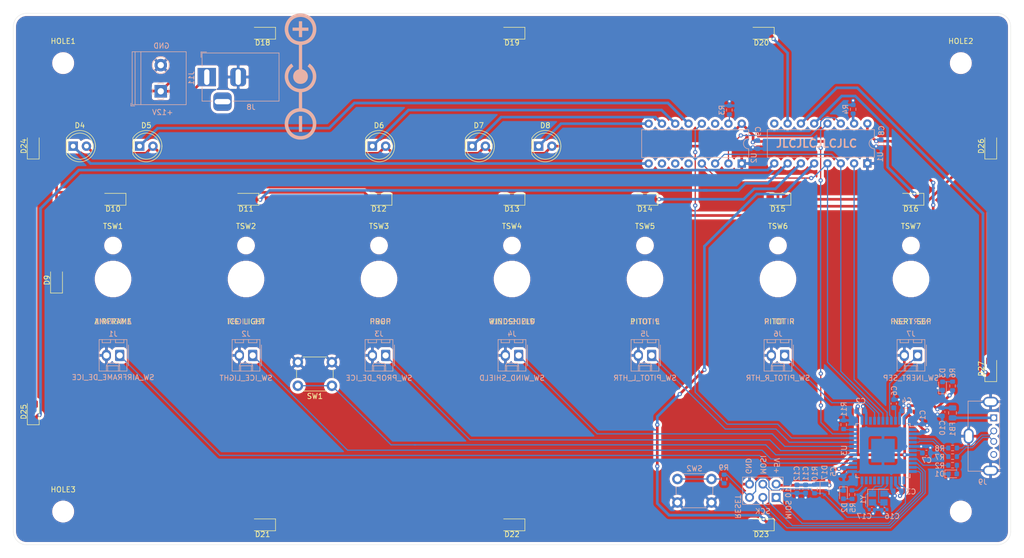
<source format=kicad_pcb>
(kicad_pcb (version 20171130) (host pcbnew "(5.1.10)-1")
  (layers (0 F.Cu signal) (31 B.Cu signal) (34 B.Paste user) (35 F.Paste user) (36 B.SilkS user) (37 F.SilkS user) (38 B.Mask user) (39 F.Mask user) (44 Edge.Cuts user))
  (net 0 "")
  (net 1 +5V)
  (net 2 GND)
  (net 3 AIRFRAME_1)
  (net 4 AIRFRAME_2)
  (net 5 PROP)
  (net 6 WINDSHIELD_1)
  (net 7 WINDSHIELD_2)
  (net 8 "Net-(U2-Pad14)")
  (net 9 +12V_LED)
  (net 10 BACKLIGHT1)
  (net 11 BACKLIGHT2)
  (net 12 "Net-(D12-Pad1)")
  (net 13 BACKLIGHT3)
  (net 14 "Net-(D15-Pad1)")
  (net 15 BACKLIGHT4)
  (net 16 "Net-(D18-Pad1)")
  (net 17 BACKLIGHT5)
  (net 18 LED_LATCH)
  (net 19 LED_CLOCK)
  (net 20 LED_DATA)
  (net 21 BACKLIGHT6)
  (net 22 "Net-(D10-Pad1)")
  (net 23 "Net-(D13-Pad1)")
  (net 24 "Net-(D19-Pad1)")
  (net 25 BACKLIGHT7)
  (net 26 /XTAL1)
  (net 27 /XTAL2)
  (net 28 "Net-(D1-Pad2)")
  (net 29 "Net-(D2-Pad2)")
  (net 30 "Net-(D3-Pad2)")
  (net 31 /MISO)
  (net 32 /SCK)
  (net 33 /MOSI)
  (net 34 /D+)
  (net 35 /D-)
  (net 36 /D17)
  (net 37 /D7)
  (net 38 /RXI)
  (net 39 /TXO)
  (net 40 INDICATOR_BRIGHT)
  (net 41 BACKLIGHT_BRIGHT)
  (net 42 SW_AIRFRAME)
  (net 43 SW_ICE_LIGHT)
  (net 44 SW_PROP)
  (net 45 SW_WINDSHIELD)
  (net 46 SW_PITOT_L)
  (net 47 SW_PITOT_R)
  (net 48 SW_INERT_SEP)
  (net 49 SW_LTS_TEST)
  (net 50 /D2)
  (net 51 "Net-(U1-Pad14)")
  (net 52 "Net-(C6-Pad1)")
  (net 53 "Net-(D21-Pad1)")
  (net 54 "Net-(J9-Pad4)")
  (net 55 "Net-(R5-Pad2)")
  (net 56 "Net-(D10-Pad2)")
  (net 57 "Net-(D22-Pad1)")
  (net 58 "Net-(D24-Pad1)")
  (net 59 "Net-(D26-Pad1)")
  (net 60 /DR-)
  (net 61 /DR+)
  (net 62 "Net-(C7-Pad1)")
  (net 63 "Net-(R9-Pad1)")
  (net 64 /D3)
  (net 65 "Net-(U3-Pad12)")
  (net 66 "Net-(R3-Pad2)")
  (net 67 "Net-(R4-Pad2)")
  (net 68 "Net-(R11-Pad1)")
  (net 69 RESET)
  (net 70 /VBUS)
  (net 71 "Net-(U2-Pad5)")
  (net 72 "Net-(U2-Pad6)")
  (net 73 "Net-(U2-Pad7)")
  (net 74 /A0)
  (net 75 "Net-(U1-Pad9)")
  (module Diode_SMD:D_SOD-323F (layer B.Cu) (at 194.31 133.477 270)
    (fp_text reference D17 (at -3.132 -0.01 270) (layer B.SilkS) (effects (justify mirror)))
    (fp_text value D)
    (pad 1 smd rect (at -1.1 0 270) (size 0.5 0.5) (layers B.Cu B.Paste B.Mask) (net 1 +5V))
    (pad 2 smd rect (at 1.1 0 270) (size 0.5 0.5) (layers B.Cu B.Paste B.Mask) (net 69 RESET))
  )
  (module "Global MobiFlight panel parts:BarrelJack_Horizontal" (layer B.Cu) (at 76.327 54.737 180)
    (fp_text reference J8 (at -8.45 -5.75 180) (layer B.SilkS) (effects (justify mirror)))
    (fp_text value Barrel_Jack)
    (pad MP thru_hole roundrect (at -3 -4.7 180) (size 3.5 3.5) (drill oval 3 1) (layers *.Cu *.Mask))
    (pad 2 thru_hole roundrect (at -6 0 180) (size 3 3.5) (drill oval 1 3) (layers *.Cu *.Mask) (net 2 GND))
    (pad 1 thru_hole rect (at 0 0 180) (size 3.5 3.5) (drill oval 1 3) (layers *.Cu *.Mask) (net 9 +12V_LED))
  )
  (module Button_Switch_THT:SW_PUSH_6mm_H4.3mm (layer B.Cu) (at 172.72 131.572 180)
    (fp_text reference SW2 (at 3.25 2) (layer B.SilkS) (effects (justify mirror)))
    (fp_text value SW_Push)
    (pad 2 thru_hole circle (at 0 -4.5 90) (size 2 2) (drill 1.1) (layers *.Cu *.Mask) (net 2 GND))
    (pad 1 thru_hole circle (at 0 0 90) (size 2 2) (drill 1.1) (layers *.Cu *.Mask) (net 63 "Net-(R9-Pad1)"))
    (pad 2 thru_hole circle (at 6.5 -4.5 90) (size 2 2) (drill 1.1) (layers *.Cu *.Mask) (net 2 GND))
    (pad 1 thru_hole circle (at 6.5 0 90) (size 2 2) (drill 1.1) (layers *.Cu *.Mask) (net 63 "Net-(R9-Pad1)"))
  )
  (module Crystal:Crystal_SMD_3225-4Pin_3.2x2.5mm (layer B.Cu) (at 204.556 135.1995)
    (fp_text reference Y1 (at -2.836 0.3455 90) (layer B.SilkS) (effects (justify mirror)))
    (fp_text value Crystal_GND24)
    (pad 1 smd rect (at -1.1 -0.85) (size 1.4 1.2) (layers B.Cu B.Paste B.Mask) (net 26 /XTAL1))
    (pad 2 smd rect (at 1.1 -0.85) (size 1.4 1.2) (layers B.Cu B.Paste B.Mask) (net 2 GND))
    (pad 3 smd rect (at 1.1 0.85) (size 1.4 1.2) (layers B.Cu B.Paste B.Mask) (net 27 /XTAL2))
    (pad 4 smd rect (at -1.1 0.85) (size 1.4 1.2) (layers B.Cu B.Paste B.Mask) (net 2 GND))
  )
  (module Connector_PinHeader_2.54mm:PinHeader_2x03_P2.54mm_Vertical (layer B.Cu) (at 185.07 135.095 90)
    (fp_text reference J10 (at 1.27 2.33 90) (layer B.SilkS) (effects (justify mirror)))
    (fp_text value AVR-ISP-6)
    (pad 1 thru_hole rect (at 0 0 90) (size 1.7 1.7) (drill 1) (layers *.Cu *.Mask) (net 31 /MISO))
    (pad 2 thru_hole oval (at 2.54 0 90) (size 1.7 1.7) (drill 1) (layers *.Cu *.Mask) (net 1 +5V))
    (pad 3 thru_hole oval (at 0 -2.54 90) (size 1.7 1.7) (drill 1) (layers *.Cu *.Mask) (net 32 /SCK))
    (pad 4 thru_hole oval (at 2.54 -2.54 90) (size 1.7 1.7) (drill 1) (layers *.Cu *.Mask) (net 33 /MOSI))
    (pad 5 thru_hole oval (at 0 -5.08 90) (size 1.7 1.7) (drill 1) (layers *.Cu *.Mask) (net 69 RESET))
    (pad 6 thru_hole oval (at 2.54 -5.08 90) (size 1.7 1.7) (drill 1) (layers *.Cu *.Mask) (net 2 GND))
  )
  (module Capacitor_SMD:C_0603_1608Metric (layer B.Cu) (at 213.77 126.595)
    (fp_text reference C7 (at 0.05 1.4 180) (layer B.SilkS) (effects (justify mirror)))
    (fp_text value 1uF)
    (pad 1 smd roundrect (at -0.775 0) (size 0.9 0.95) (layers B.Cu B.Paste B.Mask) (net 62 "Net-(C7-Pad1)"))
    (pad 2 smd roundrect (at 0.775 0) (size 0.9 0.95) (layers B.Cu B.Paste B.Mask) (net 2 GND))
  )
  (module Button_Switch_THT:SW_PUSH_6mm_H9.5mm (layer F.Cu) (at 100.22 113.745 180)
    (fp_text reference SW1 (at 3.25 -2) (layer F.SilkS))
    (fp_text value SW_Push)
    (pad 1 thru_hole circle (at 6.5 0 270) (size 2 2) (drill 1.1) (layers *.Cu *.Mask) (net 49 SW_LTS_TEST))
    (pad 2 thru_hole circle (at 6.5 4.5 270) (size 2 2) (drill 1.1) (layers *.Cu *.Mask) (net 2 GND))
    (pad 1 thru_hole circle (at 0 0 270) (size 2 2) (drill 1.1) (layers *.Cu *.Mask) (net 49 SW_LTS_TEST))
    (pad 2 thru_hole circle (at 0 4.5 270) (size 2 2) (drill 1.1) (layers *.Cu *.Mask) (net 2 GND))
  )
  (module MountingHole:MountingHole_3.2mm_M3 (layer F.Cu) (at 220.345 137.795)
    (fp_text reference HOLE4 hide)
    (fp_text value MountingHole_3.2mm_M3)
    (pad 1 np_thru_hole circle (at 0 0) (size 3.2 3.2) (drill 3.2) (layers *.Cu *.Mask))
  )
  (module MountingHole:MountingHole_3.2mm_M3 (layer F.Cu) (at 220.345 52.07)
    (fp_text reference HOLE2 (at 0 -4.2) (layer F.SilkS))
    (fp_text value MountingHole_3.2mm_M3)
    (pad 1 np_thru_hole circle (at 0 0) (size 3.2 3.2) (drill 3.2) (layers *.Cu *.Mask))
  )
  (module MountingHole:MountingHole_3.2mm_M3 (layer F.Cu) (at 48.895 137.795)
    (fp_text reference HOLE3 (at 0 -4.2) (layer F.SilkS))
    (fp_text value MountingHole_3.2mm_M3)
    (pad 1 np_thru_hole circle (at 0 0) (size 3.2 3.2) (drill 3.2) (layers *.Cu *.Mask))
  )
  (module MountingHole:MountingHole_3.2mm_M3 (layer F.Cu) (at 48.895 52.07)
    (fp_text reference HOLE1 (at 0 -4.2) (layer F.SilkS))
    (fp_text value MountingHole_3.2mm_M3)
    (pad 1 np_thru_hole circle (at 0 0) (size 3.2 3.2) (drill 3.2) (layers *.Cu *.Mask))
  )
  (module "Global MobiFlight panel parts:MiniToggleSPDT_screw_mount" (layer F.Cu) (at 210.82 93.345)
    (fp_text reference TSW7 (at 0 -10.1) (layer F.SilkS))
    (fp_text value "Mini toggle - SPDT")
    (pad "" np_thru_hole circle (at 0 0) (size 6 6) (drill 6) (layers *.Cu *.Mask))
    (pad "" np_thru_hole circle (at 0 -6.4) (size 2.4 2.4) (drill 2.4) (layers *.Cu *.Mask))
  )
  (module "Global MobiFlight panel parts:MiniToggleSPDT_screw_mount" (layer F.Cu) (at 185.42 93.345)
    (fp_text reference TSW6 (at 0 -10.1) (layer F.SilkS))
    (fp_text value "Mini toggle - SPDT")
    (pad "" np_thru_hole circle (at 0 0) (size 6 6) (drill 6) (layers *.Cu *.Mask))
    (pad "" np_thru_hole circle (at 0 -6.4) (size 2.4 2.4) (drill 2.4) (layers *.Cu *.Mask))
  )
  (module "Global MobiFlight panel parts:MiniToggleSPDT_screw_mount" (layer F.Cu) (at 160.02 93.345)
    (fp_text reference TSW5 (at 0 -10.1) (layer F.SilkS))
    (fp_text value "Mini toggle - SPDT")
    (pad "" np_thru_hole circle (at 0 0) (size 6 6) (drill 6) (layers *.Cu *.Mask))
    (pad "" np_thru_hole circle (at 0 -6.4) (size 2.4 2.4) (drill 2.4) (layers *.Cu *.Mask))
  )
  (module "Global MobiFlight panel parts:MiniToggleSPDT_screw_mount" (layer F.Cu) (at 134.62 93.345)
    (fp_text reference TSW4 (at 0 -10.1) (layer F.SilkS))
    (fp_text value "Mini toggle - SPDT")
    (pad "" np_thru_hole circle (at 0 0) (size 6 6) (drill 6) (layers *.Cu *.Mask))
    (pad "" np_thru_hole circle (at 0 -6.4) (size 2.4 2.4) (drill 2.4) (layers *.Cu *.Mask))
  )
  (module "Global MobiFlight panel parts:MiniToggleSPDT_screw_mount" (layer F.Cu) (at 109.22 93.345)
    (fp_text reference TSW3 (at 0 -10.1) (layer F.SilkS))
    (fp_text value "Mini toggle - SPDT")
    (pad "" np_thru_hole circle (at 0 0) (size 6 6) (drill 6) (layers *.Cu *.Mask))
    (pad "" np_thru_hole circle (at 0 -6.4) (size 2.4 2.4) (drill 2.4) (layers *.Cu *.Mask))
  )
  (module "Global MobiFlight panel parts:MiniToggleSPDT_screw_mount" (layer F.Cu) (at 83.82 93.345)
    (fp_text reference TSW2 (at 0 -10.1) (layer F.SilkS))
    (fp_text value "Mini toggle - SPDT")
    (pad "" np_thru_hole circle (at 0 0) (size 6 6) (drill 6) (layers *.Cu *.Mask))
    (pad "" np_thru_hole circle (at 0 -6.4) (size 2.4 2.4) (drill 2.4) (layers *.Cu *.Mask))
  )
  (module "Global MobiFlight panel parts:MiniToggleSPDT_screw_mount" (layer F.Cu) (at 58.42 93.345)
    (fp_text reference TSW1 (at 0 -10.1) (layer F.SilkS))
    (fp_text value "Mini toggle - SPDT")
    (pad "" np_thru_hole circle (at 0 0) (size 6 6) (drill 6) (layers *.Cu *.Mask))
    (pad "" np_thru_hole circle (at 0 -6.4) (size 2.4 2.4) (drill 2.4) (layers *.Cu *.Mask))
  )
  (module LED_THT:LED_D5.0mm (layer F.Cu) (at 50.8 67.945)
    (fp_text reference D4 (at 1.27 -3.96) (layer F.SilkS))
    (fp_text value "AIRFRAME 1")
    (pad 1 thru_hole rect (at 0 0) (size 1.8 1.8) (drill 0.9) (layers *.Cu *.Mask) (net 3 AIRFRAME_1))
    (pad 2 thru_hole circle (at 2.54 0) (size 1.8 1.8) (drill 0.9) (layers *.Cu *.Mask) (net 1 +5V))
  )
  (module LED_THT:LED_D5.0mm (layer F.Cu) (at 63.5 67.945)
    (fp_text reference D5 (at 1.27 -3.96) (layer F.SilkS))
    (fp_text value "AIRFRAME 2")
    (pad 2 thru_hole circle (at 2.54 0) (size 1.8 1.8) (drill 0.9) (layers *.Cu *.Mask) (net 1 +5V))
    (pad 1 thru_hole rect (at 0 0) (size 1.8 1.8) (drill 0.9) (layers *.Cu *.Mask) (net 4 AIRFRAME_2))
  )
  (module LED_THT:LED_D5.0mm (layer F.Cu) (at 107.95 67.945)
    (fp_text reference D6 (at 1.27 -3.96) (layer F.SilkS))
    (fp_text value PROP)
    (pad 1 thru_hole rect (at 0 0) (size 1.8 1.8) (drill 0.9) (layers *.Cu *.Mask) (net 5 PROP))
    (pad 2 thru_hole circle (at 2.54 0) (size 1.8 1.8) (drill 0.9) (layers *.Cu *.Mask) (net 1 +5V))
  )
  (module LED_THT:LED_D5.0mm (layer F.Cu) (at 127 67.945)
    (fp_text reference D7 (at 1.27 -3.96) (layer F.SilkS))
    (fp_text value "WINDSHIELD 1")
    (pad 2 thru_hole circle (at 2.54 0) (size 1.8 1.8) (drill 0.9) (layers *.Cu *.Mask) (net 1 +5V))
    (pad 1 thru_hole rect (at 0 0) (size 1.8 1.8) (drill 0.9) (layers *.Cu *.Mask) (net 6 WINDSHIELD_1))
  )
  (module LED_THT:LED_D5.0mm (layer F.Cu) (at 139.7 67.945)
    (fp_text reference D8 (at 1.27 -3.96) (layer F.SilkS))
    (fp_text value "WINDSHIELD 2")
    (pad 1 thru_hole rect (at 0 0) (size 1.8 1.8) (drill 0.9) (layers *.Cu *.Mask) (net 7 WINDSHIELD_2))
    (pad 2 thru_hole circle (at 2.54 0) (size 1.8 1.8) (drill 0.9) (layers *.Cu *.Mask) (net 1 +5V))
  )
  (module Connector_Molex:Molex_KK-254_AE-6410-02A_1x02_P2.54mm_Vertical (layer B.Cu) (at 59.69 107.95 180)
    (fp_text reference J1 (at 1.27 4.12) (layer B.SilkS) (effects (justify mirror)))
    (fp_text value SW_AIRFRAME_DE_ICE)
    (pad 1 thru_hole roundrect (at 0 0 180) (size 1.74 2.19) (drill 1.19) (layers *.Cu *.Mask) (roundrect_rratio 0.1436775862068966) (net 42 SW_AIRFRAME))
    (pad 2 thru_hole oval (at 2.54 0 180) (size 1.74 2.19) (drill 1.19) (layers *.Cu *.Mask) (net 2 GND))
  )
  (module Connector_Molex:Molex_KK-254_AE-6410-02A_1x02_P2.54mm_Vertical (layer B.Cu) (at 85.09 107.95 180)
    (fp_text reference J2 (at 1.27 4.12) (layer B.SilkS) (effects (justify mirror)))
    (fp_text value SW_ICE_LIGHT)
    (pad 2 thru_hole oval (at 2.54 0 180) (size 1.74 2.19) (drill 1.19) (layers *.Cu *.Mask) (net 2 GND))
    (pad 1 thru_hole roundrect (at 0 0 180) (size 1.74 2.19) (drill 1.19) (layers *.Cu *.Mask) (roundrect_rratio 0.1436775862068966) (net 43 SW_ICE_LIGHT))
  )
  (module Connector_Molex:Molex_KK-254_AE-6410-02A_1x02_P2.54mm_Vertical (layer B.Cu) (at 110.49 107.95 180)
    (fp_text reference J3 (at 1.27 4.12) (layer B.SilkS) (effects (justify mirror)))
    (fp_text value SW_PROP_DE_ICE)
    (pad 1 thru_hole roundrect (at 0 0 180) (size 1.74 2.19) (drill 1.19) (layers *.Cu *.Mask) (roundrect_rratio 0.1436775862068966) (net 44 SW_PROP))
    (pad 2 thru_hole oval (at 2.54 0 180) (size 1.74 2.19) (drill 1.19) (layers *.Cu *.Mask) (net 2 GND))
  )
  (module Connector_Molex:Molex_KK-254_AE-6410-02A_1x02_P2.54mm_Vertical (layer B.Cu) (at 135.89 107.95 180)
    (fp_text reference J4 (at 1.27 4.12) (layer B.SilkS) (effects (justify mirror)))
    (fp_text value SW_WIND_SHIELD)
    (pad 2 thru_hole oval (at 2.54 0 180) (size 1.74 2.19) (drill 1.19) (layers *.Cu *.Mask) (net 2 GND))
    (pad 1 thru_hole roundrect (at 0 0 180) (size 1.74 2.19) (drill 1.19) (layers *.Cu *.Mask) (roundrect_rratio 0.1436775862068966) (net 45 SW_WINDSHIELD))
  )
  (module Connector_Molex:Molex_KK-254_AE-6410-02A_1x02_P2.54mm_Vertical (layer B.Cu) (at 161.29 107.95 180)
    (fp_text reference J5 (at 1.27 4.12) (layer B.SilkS) (effects (justify mirror)))
    (fp_text value SW_PITOT_L_HTR)
    (pad 1 thru_hole roundrect (at 0 0 180) (size 1.74 2.19) (drill 1.19) (layers *.Cu *.Mask) (roundrect_rratio 0.1436775862068966) (net 46 SW_PITOT_L))
    (pad 2 thru_hole oval (at 2.54 0 180) (size 1.74 2.19) (drill 1.19) (layers *.Cu *.Mask) (net 2 GND))
  )
  (module Connector_Molex:Molex_KK-254_AE-6410-02A_1x02_P2.54mm_Vertical (layer B.Cu) (at 186.69 107.95 180)
    (fp_text reference J6 (at 1.27 4.12) (layer B.SilkS) (effects (justify mirror)))
    (fp_text value SW_PITOT_R_HTR)
    (pad 2 thru_hole oval (at 2.54 0 180) (size 1.74 2.19) (drill 1.19) (layers *.Cu *.Mask) (net 2 GND))
    (pad 1 thru_hole roundrect (at 0 0 180) (size 1.74 2.19) (drill 1.19) (layers *.Cu *.Mask) (roundrect_rratio 0.1436775862068966) (net 47 SW_PITOT_R))
  )
  (module Connector_Molex:Molex_KK-254_AE-6410-02A_1x02_P2.54mm_Vertical (layer B.Cu) (at 212.09 107.95 180)
    (fp_text reference J7 (at 1.27 4.12) (layer B.SilkS) (effects (justify mirror)))
    (fp_text value SW_INERT_SEP)
    (pad 1 thru_hole roundrect (at 0 0 180) (size 1.74 2.19) (drill 1.19) (layers *.Cu *.Mask) (roundrect_rratio 0.1436775862068966) (net 48 SW_INERT_SEP))
    (pad 2 thru_hole oval (at 2.54 0 180) (size 1.74 2.19) (drill 1.19) (layers *.Cu *.Mask) (net 2 GND))
  )
  (module Capacitor_SMD:C_0603_1608Metric (layer B.Cu) (at 216.789 118.745 270)
    (fp_text reference C10 (at 3.05 -0.031 90) (layer B.SilkS) (effects (justify mirror)))
    (fp_text value 10uF)
    (pad 2 smd roundrect (at 0.775 0 270) (size 0.9 0.95) (layers B.Cu B.Paste B.Mask) (net 2 GND))
    (pad 1 smd roundrect (at -0.775 0 270) (size 0.9 0.95) (layers B.Cu B.Paste B.Mask) (net 1 +5V))
  )
  (module Capacitor_SMD:C_0603_1608Metric (layer B.Cu) (at 197.9905 130.2395 270)
    (fp_text reference C5 (at -0.0945 1.9705 270) (layer B.SilkS) (effects (justify mirror)))
    (fp_text value 0.1uF)
    (pad 2 smd roundrect (at 0.775 0 270) (size 0.9 0.95) (layers B.Cu B.Paste B.Mask) (net 2 GND))
    (pad 1 smd roundrect (at -0.775 0 270) (size 0.9 0.95) (layers B.Cu B.Paste B.Mask) (net 1 +5V))
  )
  (module LED_SMD:LED_0603_1608Metric (layer B.Cu) (at 216.8525 113.792 90)
    (fp_text reference D3 (at 2.497 0 90) (layer B.SilkS) (effects (justify mirror)))
    (fp_text value GREEN)
    (pad 1 smd roundrect (at -0.7875 0 90) (size 0.875 0.95) (layers B.Cu B.Paste B.Mask) (net 2 GND))
    (pad 2 smd roundrect (at 0.7875 0 90) (size 0.875 0.95) (layers B.Cu B.Paste B.Mask) (net 30 "Net-(D3-Pad2)"))
  )
  (module LED_SMD:LED_0603_1608Metric (layer B.Cu) (at 218.77 130.595)
    (fp_text reference D1 (at -2.5 0 -180) (layer B.SilkS) (effects (justify mirror)))
    (fp_text value YELLOW)
    (pad 2 smd roundrect (at 0.7875 0) (size 0.875 0.95) (layers B.Cu B.Paste B.Mask) (net 28 "Net-(D1-Pad2)"))
    (pad 1 smd roundrect (at -0.7875 0) (size 0.875 0.95) (layers B.Cu B.Paste B.Mask) (net 2 GND))
  )
  (module LED_SMD:LED_0603_1608Metric (layer B.Cu) (at 197.9295 134.5565 270)
    (fp_text reference D2 (at 2.4885 -0.1905 90) (layer B.SilkS) (effects (justify mirror)))
    (fp_text value GREEN)
    (pad 1 smd roundrect (at -0.7875 0 270) (size 0.875 0.95) (layers B.Cu B.Paste B.Mask) (net 2 GND))
    (pad 2 smd roundrect (at 0.7875 0 270) (size 0.875 0.95) (layers B.Cu B.Paste B.Mask) (net 29 "Net-(D2-Pad2)"))
  )
  (module Resistor_SMD:R_0603_1608Metric (layer B.Cu) (at 218.77 127.295 180)
    (fp_text reference R7 (at 2.45 -0.1) (layer B.SilkS) (effects (justify mirror)))
    (fp_text value 22)
    (pad 1 smd roundrect (at -0.825 0 180) (size 0.8 0.95) (layers B.Cu B.Paste B.Mask) (net 61 /DR+))
    (pad 2 smd roundrect (at 0.825 0 180) (size 0.8 0.95) (layers B.Cu B.Paste B.Mask) (net 34 /D+))
  )
  (module Resistor_SMD:R_0603_1608Metric (layer B.Cu) (at 218.77 125.645 180)
    (fp_text reference R8 (at 2.45 -0.1 180) (layer B.SilkS) (effects (justify mirror)))
    (fp_text value 22)
    (pad 2 smd roundrect (at 0.825 0 180) (size 0.8 0.95) (layers B.Cu B.Paste B.Mask) (net 35 /D-))
    (pad 1 smd roundrect (at -0.825 0 180) (size 0.8 0.95) (layers B.Cu B.Paste B.Mask) (net 60 /DR-))
  )
  (module Resistor_SMD:R_0603_1608Metric (layer B.Cu) (at 218.7575 113.7915 90)
    (fp_text reference R6 (at 2.4965 0.0125 270) (layer B.SilkS) (effects (justify mirror)))
    (fp_text value 1K)
    (pad 2 smd roundrect (at 0.825 0 90) (size 0.8 0.95) (layers B.Cu B.Paste B.Mask) (net 30 "Net-(D3-Pad2)"))
    (pad 1 smd roundrect (at -0.825 0 90) (size 0.8 0.95) (layers B.Cu B.Paste B.Mask) (net 1 +5V))
  )
  (module Capacitor_SMD:C_0603_1608Metric (layer B.Cu) (at 205.106 67.4975 90)
    (fp_text reference C8 (at 2.5275 0.089 90) (layer B.SilkS) (effects (justify mirror)))
    (fp_text value 0.1uF)
    (pad 2 smd roundrect (at 0.775 0 90) (size 0.9 0.95) (layers B.Cu B.Paste B.Mask) (net 1 +5V))
    (pad 1 smd roundrect (at -0.775 0 90) (size 0.9 0.95) (layers B.Cu B.Paste B.Mask) (net 2 GND))
  )
  (module Capacitor_SMD:C_0603_1608Metric (layer B.Cu) (at 181.5375 67.6475 90)
    (fp_text reference C9 (at 2.5025 0.1075 90) (layer B.SilkS) (effects (justify mirror)))
    (fp_text value 0.1uF)
    (pad 1 smd roundrect (at -0.775 0 90) (size 0.9 0.95) (layers B.Cu B.Paste B.Mask) (net 2 GND))
    (pad 2 smd roundrect (at 0.775 0 90) (size 0.9 0.95) (layers B.Cu B.Paste B.Mask) (net 1 +5V))
  )
  (module Resistor_SMD:R_0603_1608Metric (layer B.Cu) (at 176.14 61.044 270)
    (fp_text reference R3 (at 0 1.43 90) (layer B.SilkS) (effects (justify mirror)))
    (fp_text value 1k)
    (pad 2 smd roundrect (at 0.825 0 270) (size 0.8 0.95) (layers B.Cu B.Paste B.Mask) (net 66 "Net-(R3-Pad2)"))
    (pad 1 smd roundrect (at -0.825 0 270) (size 0.8 0.95) (layers B.Cu B.Paste B.Mask) (net 2 GND))
  )
  (module Resistor_SMD:R_0603_1608Metric (layer B.Cu) (at 199.772 60.894 270)
    (fp_text reference R4 (at 0 1.43 90) (layer B.SilkS) (effects (justify mirror)))
    (fp_text value 1k)
    (pad 1 smd roundrect (at -0.825 0 270) (size 0.8 0.95) (layers B.Cu B.Paste B.Mask) (net 2 GND))
    (pad 2 smd roundrect (at 0.825 0 270) (size 0.8 0.95) (layers B.Cu B.Paste B.Mask) (net 67 "Net-(R4-Pad2)"))
  )
  (module LED_SMD:LED_1206_3216Metric_Pad1.42x1.75mm_HandSolder (layer F.Cu) (at 47.625 93.5625 90)
    (fp_text reference D9 (at 0 -1.82 90) (layer F.SilkS))
    (fp_text value LED)
    (pad 2 smd roundrect (at 1.4875 0 90) (size 1.425 1.75) (layers F.Cu F.Paste F.Mask) (roundrect_rratio 0.1754385964912281) (net 9 +12V_LED))
    (pad 1 smd roundrect (at -1.4875 0 90) (size 1.425 1.75) (layers F.Cu F.Paste F.Mask) (roundrect_rratio 0.1754385964912281) (net 56 "Net-(D10-Pad2)"))
  )
  (module LED_SMD:LED_1206_3216Metric_Pad1.42x1.75mm_HandSolder (layer F.Cu) (at 109.22 78.105 180)
    (fp_text reference D12 (at 0 -1.82) (layer F.SilkS))
    (fp_text value LED)
    (pad 1 smd roundrect (at -1.4875 0 180) (size 1.425 1.75) (layers F.Cu F.Paste F.Mask) (roundrect_rratio 0.1754385964912281) (net 12 "Net-(D12-Pad1)"))
    (pad 2 smd roundrect (at 1.4875 0 180) (size 1.425 1.75) (layers F.Cu F.Paste F.Mask) (roundrect_rratio 0.1754385964912281) (net 9 +12V_LED))
  )
  (module LED_SMD:LED_1206_3216Metric_Pad1.42x1.75mm_HandSolder (layer F.Cu) (at 185.42 78.105 180)
    (fp_text reference D15 (at 0 -1.82) (layer F.SilkS))
    (fp_text value LED)
    (pad 1 smd roundrect (at -1.4875 0 180) (size 1.425 1.75) (layers F.Cu F.Paste F.Mask) (roundrect_rratio 0.1754385964912281) (net 14 "Net-(D15-Pad1)"))
    (pad 2 smd roundrect (at 1.4875 0 180) (size 1.425 1.75) (layers F.Cu F.Paste F.Mask) (roundrect_rratio 0.1754385964912281) (net 9 +12V_LED))
  )
  (module LED_SMD:LED_1206_3216Metric_Pad1.42x1.75mm_HandSolder (layer F.Cu) (at 86.995 46.355 180)
    (fp_text reference D18 (at 0 -1.82) (layer F.SilkS))
    (fp_text value LED)
    (pad 1 smd roundrect (at -1.4875 0 180) (size 1.425 1.75) (layers F.Cu F.Paste F.Mask) (roundrect_rratio 0.1754385964912281) (net 16 "Net-(D18-Pad1)"))
    (pad 2 smd roundrect (at 1.4875 0 180) (size 1.425 1.75) (layers F.Cu F.Paste F.Mask) (roundrect_rratio 0.1754385964912281) (net 9 +12V_LED))
  )
  (module LED_SMD:LED_1206_3216Metric_Pad1.42x1.75mm_HandSolder (layer F.Cu) (at 86.995 140.335 180)
    (fp_text reference D21 (at 0 -1.82) (layer F.SilkS))
    (fp_text value LED)
    (pad 2 smd roundrect (at 1.4875 0 180) (size 1.425 1.75) (layers F.Cu F.Paste F.Mask) (roundrect_rratio 0.1754385964912281) (net 9 +12V_LED))
    (pad 1 smd roundrect (at -1.4875 0 180) (size 1.425 1.75) (layers F.Cu F.Paste F.Mask) (roundrect_rratio 0.1754385964912281) (net 53 "Net-(D21-Pad1)"))
  )
  (module LED_SMD:LED_1206_3216Metric_Pad1.42x1.75mm_HandSolder (layer F.Cu) (at 43.18 67.945 90)
    (fp_text reference D24 (at 0 -1.82 90) (layer F.SilkS))
    (fp_text value LED)
    (pad 1 smd roundrect (at -1.4875 0 90) (size 1.425 1.75) (layers F.Cu F.Paste F.Mask) (roundrect_rratio 0.1754385964912281) (net 58 "Net-(D24-Pad1)"))
    (pad 2 smd roundrect (at 1.4875 0 90) (size 1.425 1.75) (layers F.Cu F.Paste F.Mask) (roundrect_rratio 0.1754385964912281) (net 9 +12V_LED))
  )
  (module LED_SMD:LED_1206_3216Metric_Pad1.42x1.75mm_HandSolder (layer F.Cu) (at 226.06 67.945 90)
    (fp_text reference D26 (at 0 -1.82 90) (layer F.SilkS))
    (fp_text value LED)
    (pad 1 smd roundrect (at -1.4875 0 90) (size 1.425 1.75) (layers F.Cu F.Paste F.Mask) (roundrect_rratio 0.1754385964912281) (net 59 "Net-(D26-Pad1)"))
    (pad 2 smd roundrect (at 1.4875 0 90) (size 1.425 1.75) (layers F.Cu F.Paste F.Mask) (roundrect_rratio 0.1754385964912281) (net 9 +12V_LED))
  )
  (module LED_SMD:LED_1206_3216Metric_Pad1.42x1.75mm_HandSolder (layer F.Cu) (at 58.42 78.105 180)
    (fp_text reference D10 (at 0 -1.82) (layer F.SilkS))
    (fp_text value LED)
    (pad 1 smd roundrect (at -1.4875 0 180) (size 1.425 1.75) (layers F.Cu F.Paste F.Mask) (roundrect_rratio 0.1754385964912281) (net 22 "Net-(D10-Pad1)"))
    (pad 2 smd roundrect (at 1.4875 0 180) (size 1.425 1.75) (layers F.Cu F.Paste F.Mask) (roundrect_rratio 0.1754385964912281) (net 56 "Net-(D10-Pad2)"))
  )
  (module LED_SMD:LED_1206_3216Metric_Pad1.42x1.75mm_HandSolder (layer F.Cu) (at 134.62 78.105 180)
    (fp_text reference D13 (at 0 -1.82) (layer F.SilkS))
    (fp_text value LED)
    (pad 1 smd roundrect (at -1.4875 0 180) (size 1.425 1.75) (layers F.Cu F.Paste F.Mask) (roundrect_rratio 0.1754385964912281) (net 23 "Net-(D13-Pad1)"))
    (pad 2 smd roundrect (at 1.4875 0 180) (size 1.425 1.75) (layers F.Cu F.Paste F.Mask) (roundrect_rratio 0.1754385964912281) (net 12 "Net-(D12-Pad1)"))
  )
  (module LED_SMD:LED_1206_3216Metric_Pad1.42x1.75mm_HandSolder (layer F.Cu) (at 210.82 78.105 180)
    (fp_text reference D16 (at 0 -1.82) (layer F.SilkS))
    (fp_text value LED)
    (pad 2 smd roundrect (at 1.4875 0 180) (size 1.425 1.75) (layers F.Cu F.Paste F.Mask) (roundrect_rratio 0.1754385964912281) (net 14 "Net-(D15-Pad1)"))
    (pad 1 smd roundrect (at -1.4875 0 180) (size 1.425 1.75) (layers F.Cu F.Paste F.Mask) (roundrect_rratio 0.1754385964912281) (net 13 BACKLIGHT3))
  )
  (module LED_SMD:LED_1206_3216Metric_Pad1.42x1.75mm_HandSolder (layer F.Cu) (at 134.62 46.355 180)
    (fp_text reference D19 (at 0 -1.82) (layer F.SilkS))
    (fp_text value LED)
    (pad 2 smd roundrect (at 1.4875 0 180) (size 1.425 1.75) (layers F.Cu F.Paste F.Mask) (roundrect_rratio 0.1754385964912281) (net 16 "Net-(D18-Pad1)"))
    (pad 1 smd roundrect (at -1.4875 0 180) (size 1.425 1.75) (layers F.Cu F.Paste F.Mask) (roundrect_rratio 0.1754385964912281) (net 24 "Net-(D19-Pad1)"))
  )
  (module LED_SMD:LED_1206_3216Metric_Pad1.42x1.75mm_HandSolder (layer F.Cu) (at 134.62 140.335 180)
    (fp_text reference D22 (at 0 -1.82) (layer F.SilkS))
    (fp_text value LED)
    (pad 1 smd roundrect (at -1.4875 0 180) (size 1.425 1.75) (layers F.Cu F.Paste F.Mask) (roundrect_rratio 0.1754385964912281) (net 57 "Net-(D22-Pad1)"))
    (pad 2 smd roundrect (at 1.4875 0 180) (size 1.425 1.75) (layers F.Cu F.Paste F.Mask) (roundrect_rratio 0.1754385964912281) (net 53 "Net-(D21-Pad1)"))
  )
  (module LED_SMD:LED_1206_3216Metric_Pad1.42x1.75mm_HandSolder (layer F.Cu) (at 43.18 118.745 90)
    (fp_text reference D25 (at 0 -1.82 90) (layer F.SilkS))
    (fp_text value LED)
    (pad 2 smd roundrect (at 1.4875 0 90) (size 1.425 1.75) (layers F.Cu F.Paste F.Mask) (roundrect_rratio 0.1754385964912281) (net 58 "Net-(D24-Pad1)"))
    (pad 1 smd roundrect (at -1.4875 0 90) (size 1.425 1.75) (layers F.Cu F.Paste F.Mask) (roundrect_rratio 0.1754385964912281) (net 21 BACKLIGHT6))
  )
  (module LED_SMD:LED_1206_3216Metric_Pad1.42x1.75mm_HandSolder (layer F.Cu) (at 226.06 110.49 90)
    (fp_text reference D27 (at 0 -1.82 90) (layer F.SilkS))
    (fp_text value LED)
    (pad 2 smd roundrect (at 1.4875 0 90) (size 1.425 1.75) (layers F.Cu F.Paste F.Mask) (roundrect_rratio 0.1754385964912281) (net 59 "Net-(D26-Pad1)"))
    (pad 1 smd roundrect (at -1.4875 0 90) (size 1.425 1.75) (layers F.Cu F.Paste F.Mask) (roundrect_rratio 0.1754385964912281) (net 25 BACKLIGHT7))
  )
  (module LED_SMD:LED_1206_3216Metric_Pad1.42x1.75mm_HandSolder (layer F.Cu) (at 83.82 78.105 180)
    (fp_text reference D11 (at 0 -1.82) (layer F.SilkS))
    (fp_text value LED)
    (pad 2 smd roundrect (at 1.4875 0 180) (size 1.425 1.75) (layers F.Cu F.Paste F.Mask) (roundrect_rratio 0.1754385964912281) (net 22 "Net-(D10-Pad1)"))
    (pad 1 smd roundrect (at -1.4875 0 180) (size 1.425 1.75) (layers F.Cu F.Paste F.Mask) (roundrect_rratio 0.1754385964912281) (net 10 BACKLIGHT1))
  )
  (module LED_SMD:LED_1206_3216Metric_Pad1.42x1.75mm_HandSolder (layer F.Cu) (at 160.02 78.105 180)
    (fp_text reference D14 (at 0 -1.82) (layer F.SilkS))
    (fp_text value LED)
    (pad 2 smd roundrect (at 1.4875 0 180) (size 1.425 1.75) (layers F.Cu F.Paste F.Mask) (roundrect_rratio 0.1754385964912281) (net 23 "Net-(D13-Pad1)"))
    (pad 1 smd roundrect (at -1.4875 0 180) (size 1.425 1.75) (layers F.Cu F.Paste F.Mask) (roundrect_rratio 0.1754385964912281) (net 11 BACKLIGHT2))
  )
  (module LED_SMD:LED_1206_3216Metric_Pad1.42x1.75mm_HandSolder (layer F.Cu) (at 182.245 46.355 180)
    (fp_text reference D20 (at 0 -1.82) (layer F.SilkS))
    (fp_text value LED)
    (pad 1 smd roundrect (at -1.4875 0 180) (size 1.425 1.75) (layers F.Cu F.Paste F.Mask) (roundrect_rratio 0.1754385964912281) (net 15 BACKLIGHT4))
    (pad 2 smd roundrect (at 1.4875 0 180) (size 1.425 1.75) (layers F.Cu F.Paste F.Mask) (roundrect_rratio 0.1754385964912281) (net 24 "Net-(D19-Pad1)"))
  )
  (module LED_SMD:LED_1206_3216Metric_Pad1.42x1.75mm_HandSolder (layer F.Cu) (at 182.245 140.335 180)
    (fp_text reference D23 (at 0 -1.82) (layer F.SilkS))
    (fp_text value LED)
    (pad 1 smd roundrect (at -1.4875 0 180) (size 1.425 1.75) (layers F.Cu F.Paste F.Mask) (roundrect_rratio 0.1754385964912281) (net 17 BACKLIGHT5))
    (pad 2 smd roundrect (at 1.4875 0 180) (size 1.425 1.75) (layers F.Cu F.Paste F.Mask) (roundrect_rratio 0.1754385964912281) (net 57 "Net-(D22-Pad1)"))
  )
  (module Capacitor_SMD:C_0603_1608Metric (layer B.Cu) (at 201.22 118.645)
    (fp_text reference C2 (at 0 -1.95) (layer B.SilkS) (effects (justify mirror)))
    (fp_text value 0.1uF)
    (pad 2 smd roundrect (at 0.775 0) (size 0.9 0.95) (layers B.Cu B.Paste B.Mask) (net 2 GND))
    (pad 1 smd roundrect (at -0.775 0) (size 0.9 0.95) (layers B.Cu B.Paste B.Mask) (net 1 +5V))
  )
  (module Capacitor_SMD:C_0603_1608Metric (layer B.Cu) (at 208.22 133.845 180)
    (fp_text reference C3 (at -2.6 -0.15) (layer B.SilkS) (effects (justify mirror)))
    (fp_text value 0.1uF)
    (pad 1 smd roundrect (at -0.775 0 180) (size 0.9 0.95) (layers B.Cu B.Paste B.Mask) (net 1 +5V))
    (pad 2 smd roundrect (at 0.775 0 180) (size 0.9 0.95) (layers B.Cu B.Paste B.Mask) (net 2 GND))
  )
  (module Capacitor_SMD:C_0603_1608Metric (layer B.Cu) (at 209.846 118.571 180)
    (fp_text reference C4 (at -0.174 1.976) (layer B.SilkS) (effects (justify mirror)))
    (fp_text value 0.1uF)
    (pad 2 smd roundrect (at 0.775 0 180) (size 0.9 0.95) (layers B.Cu B.Paste B.Mask) (net 2 GND))
    (pad 1 smd roundrect (at -0.775 0 180) (size 0.9 0.95) (layers B.Cu B.Paste B.Mask) (net 1 +5V))
  )
  (module Capacitor_SMD:C_0402_1005Metric (layer B.Cu) (at 203.3495 137.422)
    (fp_text reference C16 (at 3.8735 1.27) (layer B.SilkS) (effects (justify mirror)))
    (fp_text value 20pF)
    (pad 2 smd roundrect (at 0.48 0) (size 0.56 0.62) (layers B.Cu B.Paste B.Mask) (net 2 GND))
    (pad 1 smd roundrect (at -0.48 0) (size 0.56 0.62) (layers B.Cu B.Paste B.Mask) (net 26 /XTAL1))
  )
  (module Capacitor_SMD:C_0402_1005Metric (layer B.Cu) (at 205.7625 137.422 180)
    (fp_text reference C17 (at 3.8735 -1.27 180) (layer B.SilkS) (effects (justify mirror)))
    (fp_text value 20pF)
    (pad 1 smd roundrect (at -0.48 0 180) (size 0.56 0.62) (layers B.Cu B.Paste B.Mask) (net 27 /XTAL2))
    (pad 2 smd roundrect (at 0.48 0 180) (size 0.56 0.62) (layers B.Cu B.Paste B.Mask) (net 2 GND))
  )
  (module Capacitor_SMD:C_0805_2012Metric (layer B.Cu) (at 218.7575 118.9355 270)
    (fp_text reference FB1 (at 3.1095 -0.0125 270) (layer B.SilkS) (effects (justify mirror)))
    (fp_text value Ferrite_Bead_Small)
    (pad 1 smd roundrect (at -0.95 0 270) (size 1 1.45) (layers B.Cu B.Paste B.Mask) (net 1 +5V))
    (pad 2 smd roundrect (at 0.95 0 270) (size 1 1.45) (layers B.Cu B.Paste B.Mask) (net 70 /VBUS))
  )
  (module Resistor_SMD:R_0603_1608Metric (layer B.Cu) (at 218.77 128.945)
    (fp_text reference R2 (at -2.45 0.1) (layer B.SilkS) (effects (justify mirror)))
    (fp_text value 330)
    (pad 2 smd roundrect (at 0.825 0) (size 0.8 0.95) (layers B.Cu B.Paste B.Mask) (net 28 "Net-(D1-Pad2)"))
    (pad 1 smd roundrect (at -0.825 0) (size 0.8 0.95) (layers B.Cu B.Paste B.Mask) (net 36 /D17))
  )
  (module Resistor_SMD:R_0603_1608Metric (layer B.Cu) (at 199.5805 134.5565 90)
    (fp_text reference R5 (at -2.4885 0.1395 270) (layer B.SilkS) (effects (justify mirror)))
    (fp_text value 330)
    (pad 1 smd roundrect (at -0.825 0 90) (size 0.8 0.95) (layers B.Cu B.Paste B.Mask) (net 29 "Net-(D2-Pad2)"))
    (pad 2 smd roundrect (at 0.825 0 90) (size 0.8 0.95) (layers B.Cu B.Paste B.Mask) (net 55 "Net-(R5-Pad2)"))
  )
  (module Resistor_SMD:R_0603_1608Metric (layer B.Cu) (at 175.133 131.572 90)
    (fp_text reference R9 (at 2.159 -0.0635) (layer B.SilkS) (effects (justify mirror)))
    (fp_text value 330)
    (pad 1 smd roundrect (at -0.825 0 90) (size 0.8 0.95) (layers B.Cu B.Paste B.Mask) (net 63 "Net-(R9-Pad1)"))
    (pad 2 smd roundrect (at 0.825 0 90) (size 0.8 0.95) (layers B.Cu B.Paste B.Mask) (net 69 RESET))
  )
  (module Capacitor_SMD:C_0603_1608Metric (layer B.Cu) (at 212.995 121.845 90)
    (fp_text reference C1 (at 2.5 0.075 90) (layer B.SilkS) (effects (justify mirror)))
    (fp_text value 10uF)
    (pad 1 smd roundrect (at -0.775 0 90) (size 0.9 0.95) (layers B.Cu B.Paste B.Mask) (net 1 +5V))
    (pad 2 smd roundrect (at 0.775 0 90) (size 0.9 0.95) (layers B.Cu B.Paste B.Mask) (net 2 GND))
  )
  (module Capacitor_SMD:C_0603_1608Metric (layer B.Cu) (at 207.531 117.1745 90)
    (fp_text reference C6 (at 2.4795 0.089 90) (layer B.SilkS) (effects (justify mirror)))
    (fp_text value 1uF)
    (pad 1 smd roundrect (at -0.775 0 90) (size 0.9 0.95) (layers B.Cu B.Paste B.Mask) (net 52 "Net-(C6-Pad1)"))
    (pad 2 smd roundrect (at 0.775 0 90) (size 0.9 0.95) (layers B.Cu B.Paste B.Mask) (net 2 GND))
  )
  (module Capacitor_SMD:C_0603_1608Metric (layer B.Cu) (at 190.6905 133.477 270)
    (fp_text reference C11 (at -2.932 -0.0295 270) (layer B.SilkS) (effects (justify mirror)))
    (fp_text value 0.1uf)
    (pad 2 smd roundrect (at 0.775 0 270) (size 0.9 0.95) (layers B.Cu B.Paste B.Mask) (net 2 GND))
    (pad 1 smd roundrect (at -0.775 0 270) (size 0.9 0.95) (layers B.Cu B.Paste B.Mask) (net 1 +5V))
  )
  (module Capacitor_SMD:C_0603_1608Metric (layer B.Cu) (at 189.0395 133.477 270)
    (fp_text reference C12 (at -2.982 0.0195 270) (layer B.SilkS) (effects (justify mirror)))
    (fp_text value 0.1uF)
    (pad 1 smd roundrect (at -0.775 0 270) (size 0.9 0.95) (layers B.Cu B.Paste B.Mask) (net 1 +5V))
    (pad 2 smd roundrect (at 0.775 0 270) (size 0.9 0.95) (layers B.Cu B.Paste B.Mask) (net 2 GND))
  )
  (module Resistor_SMD:R_0603_1608Metric (layer B.Cu) (at 192.405 133.477 270)
    (fp_text reference R10 (at -2.932 -0.065 270) (layer B.SilkS) (effects (justify mirror)))
    (fp_text value 10K)
    (pad 1 smd roundrect (at -0.825 0 270) (size 0.8 0.95) (layers B.Cu B.Paste B.Mask) (net 1 +5V))
    (pad 2 smd roundrect (at 0.825 0 270) (size 0.8 0.95) (layers B.Cu B.Paste B.Mask) (net 69 RESET))
  )
  (module Package_DIP:DIP-16_W7.62mm (layer B.Cu) (at 178.5 71.267 90)
    (fp_text reference U2 (at 1.072 2.32 90) (layer B.SilkS) (effects (justify mirror)))
    (fp_text value TLC5917IN)
    (pad 1 thru_hole rect (at 0 0 90) (size 1.6 1.6) (drill 0.8) (layers *.Cu *.Mask) (net 2 GND))
    (pad 9 thru_hole oval (at 7.62 -17.78 90) (size 1.6 1.6) (drill 0.8) (layers *.Cu *.Mask) (net 7 WINDSHIELD_2))
    (pad 2 thru_hole oval (at 0 -2.54 90) (size 1.6 1.6) (drill 0.8) (layers *.Cu *.Mask) (net 51 "Net-(U1-Pad14)"))
    (pad 10 thru_hole oval (at 7.62 -15.24 90) (size 1.6 1.6) (drill 0.8) (layers *.Cu *.Mask) (net 6 WINDSHIELD_1))
    (pad 3 thru_hole oval (at 0 -5.08 90) (size 1.6 1.6) (drill 0.8) (layers *.Cu *.Mask) (net 19 LED_CLOCK))
    (pad 11 thru_hole oval (at 7.62 -12.7 90) (size 1.6 1.6) (drill 0.8) (layers *.Cu *.Mask) (net 5 PROP))
    (pad 4 thru_hole oval (at 0 -7.62 90) (size 1.6 1.6) (drill 0.8) (layers *.Cu *.Mask) (net 18 LED_LATCH))
    (pad 12 thru_hole oval (at 7.62 -10.16 90) (size 1.6 1.6) (drill 0.8) (layers *.Cu *.Mask) (net 4 AIRFRAME_2))
    (pad 5 thru_hole oval (at 0 -10.16 90) (size 1.6 1.6) (drill 0.8) (layers *.Cu *.Mask) (net 71 "Net-(U2-Pad5)"))
    (pad 13 thru_hole oval (at 7.62 -7.62 90) (size 1.6 1.6) (drill 0.8) (layers *.Cu *.Mask) (net 40 INDICATOR_BRIGHT))
    (pad 6 thru_hole oval (at 0 -12.7 90) (size 1.6 1.6) (drill 0.8) (layers *.Cu *.Mask) (net 72 "Net-(U2-Pad6)"))
    (pad 14 thru_hole oval (at 7.62 -5.08 90) (size 1.6 1.6) (drill 0.8) (layers *.Cu *.Mask) (net 8 "Net-(U2-Pad14)"))
    (pad 7 thru_hole oval (at 0 -15.24 90) (size 1.6 1.6) (drill 0.8) (layers *.Cu *.Mask) (net 73 "Net-(U2-Pad7)"))
    (pad 15 thru_hole oval (at 7.62 -2.54 90) (size 1.6 1.6) (drill 0.8) (layers *.Cu *.Mask) (net 66 "Net-(R3-Pad2)"))
    (pad 8 thru_hole oval (at 0 -17.78 90) (size 1.6 1.6) (drill 0.8) (layers *.Cu *.Mask) (net 3 AIRFRAME_1))
    (pad 16 thru_hole oval (at 7.62 0 90) (size 1.6 1.6) (drill 0.8) (layers *.Cu *.Mask) (net 1 +5V))
  )
  (module Package_DIP:DIP-16_W7.62mm (layer B.Cu) (at 202.5 71.244 90)
    (fp_text reference U1 (at 1.249 2.445 90) (layer B.SilkS) (effects (justify mirror)))
    (fp_text value TLC5917IN)
    (pad 16 thru_hole oval (at 7.62 0 90) (size 1.6 1.6) (drill 0.8) (layers *.Cu *.Mask) (net 1 +5V))
    (pad 8 thru_hole oval (at 0 -17.78 90) (size 1.6 1.6) (drill 0.8) (layers *.Cu *.Mask) (net 21 BACKLIGHT6))
    (pad 15 thru_hole oval (at 7.62 -2.54 90) (size 1.6 1.6) (drill 0.8) (layers *.Cu *.Mask) (net 67 "Net-(R4-Pad2)"))
    (pad 7 thru_hole oval (at 0 -15.24 90) (size 1.6 1.6) (drill 0.8) (layers *.Cu *.Mask) (net 10 BACKLIGHT1))
    (pad 14 thru_hole oval (at 7.62 -5.08 90) (size 1.6 1.6) (drill 0.8) (layers *.Cu *.Mask) (net 51 "Net-(U1-Pad14)"))
    (pad 6 thru_hole oval (at 0 -12.7 90) (size 1.6 1.6) (drill 0.8) (layers *.Cu *.Mask) (net 11 BACKLIGHT2))
    (pad 13 thru_hole oval (at 7.62 -7.62 90) (size 1.6 1.6) (drill 0.8) (layers *.Cu *.Mask) (net 41 BACKLIGHT_BRIGHT))
    (pad 5 thru_hole oval (at 0 -10.16 90) (size 1.6 1.6) (drill 0.8) (layers *.Cu *.Mask) (net 17 BACKLIGHT5))
    (pad 12 thru_hole oval (at 7.62 -10.16 90) (size 1.6 1.6) (drill 0.8) (layers *.Cu *.Mask) (net 13 BACKLIGHT3))
    (pad 4 thru_hole oval (at 0 -7.62 90) (size 1.6 1.6) (drill 0.8) (layers *.Cu *.Mask) (net 18 LED_LATCH))
    (pad 11 thru_hole oval (at 7.62 -12.7 90) (size 1.6 1.6) (drill 0.8) (layers *.Cu *.Mask) (net 25 BACKLIGHT7))
    (pad 3 thru_hole oval (at 0 -5.08 90) (size 1.6 1.6) (drill 0.8) (layers *.Cu *.Mask) (net 19 LED_CLOCK))
    (pad 10 thru_hole oval (at 7.62 -15.24 90) (size 1.6 1.6) (drill 0.8) (layers *.Cu *.Mask) (net 15 BACKLIGHT4))
    (pad 2 thru_hole oval (at 0 -2.54 90) (size 1.6 1.6) (drill 0.8) (layers *.Cu *.Mask) (net 20 LED_DATA))
    (pad 9 thru_hole oval (at 7.62 -17.78 90) (size 1.6 1.6) (drill 0.8) (layers *.Cu *.Mask) (net 75 "Net-(U1-Pad9)"))
    (pad 1 thru_hole rect (at 0 0 90) (size 1.6 1.6) (drill 0.8) (layers *.Cu *.Mask) (net 2 GND))
  )
  (module Resistor_SMD:R_0603_1608Metric (layer B.Cu) (at 197.97 121.195 90)
    (fp_text reference R11 (at 2.95 0.05 90) (layer B.SilkS) (effects (justify mirror)))
    (fp_text value 10K)
    (pad 1 smd roundrect (at -0.825 0 90) (size 0.8 0.95) (layers B.Cu B.Paste B.Mask) (net 68 "Net-(R11-Pad1)"))
    (pad 2 smd roundrect (at 0.825 0 90) (size 0.8 0.95) (layers B.Cu B.Paste B.Mask) (net 2 GND))
  )
  (module "Global MobiFlight panel parts:USB_A_Molex_105057_Vertical" (layer B.Cu) (at 226.6315 119.888 270)
    (fp_text reference J9 (at 12.257 2.1115 180) (layer B.SilkS) (effects (justify mirror)))
    (fp_text value USB_B_Micro)
    (pad 6 thru_hole oval (at 3.5 4.78 180) (size 1.9 2.9) (drill oval 1.3 2.3) (layers *.Cu *.Mask) (net 2 GND))
    (pad 5 thru_hole oval (at 10.07 0.6 270) (size 1.9 2.9) (drill oval 1.3 2.3) (layers *.Cu *.Mask) (net 2 GND))
    (pad 5 thru_hole oval (at -3.07 0.6 90) (size 1.9 2.9) (drill oval 1.3 2.3) (layers *.Cu *.Mask) (net 2 GND))
    (pad 4 thru_hole circle (at 7 0 270) (size 1.3 1.3) (drill 0.9) (layers *.Cu *.Mask) (net 54 "Net-(J9-Pad4)"))
    (pad 3 thru_hole circle (at 4.5 0 270) (size 1.3 1.3) (drill 0.9) (layers *.Cu *.Mask) (net 61 /DR+))
    (pad 2 thru_hole circle (at 2.5 0 270) (size 1.3 1.3) (drill 0.9) (layers *.Cu *.Mask) (net 60 /DR-))
    (pad 1 thru_hole rect (at 0 0 270) (size 1.3 1.3) (drill 0.9) (layers *.Cu *.Mask) (net 70 /VBUS))
  )
  (module TerminalBlock_Philmore:TerminalBlock_Philmore_TB132_1x02_P5.00mm_Horizontal (layer B.Cu) (at 67.534 57.454 90)
    (fp_text reference J11 (at 2.5 5.86 270) (layer B.SilkS) (effects (justify mirror)))
    (fp_text value Screw_Terminal_01x02)
    (pad 1 thru_hole rect (at 0 0 90) (size 2.4 2.4) (drill 1.2) (layers *.Cu *.Mask) (net 9 +12V_LED))
    (pad 2 thru_hole circle (at 5 0 90) (size 2.4 2.4) (drill 1.2) (layers *.Cu *.Mask) (net 2 GND))
  )
  (module Package_QFP:TQFP-44-1EP_10x10mm_P0.8mm_EP4.5x4.5mm (layer B.Cu) (at 205.47 126.145 180)
    (fp_text reference U3 (at 7.4 0.05 90) (layer B.SilkS) (effects (justify mirror)))
    (fp_text value ATmega32U4-MU)
    (pad 1 smd rect (at -5.7 4 180) (size 1.5 0.55) (layers B.Cu B.Paste B.Mask) (net 37 /D7))
    (pad 2 smd rect (at -5.7 3.2 180) (size 1.5 0.55) (layers B.Cu B.Paste B.Mask) (net 1 +5V))
    (pad 3 smd rect (at -5.7 2.4 180) (size 1.5 0.55) (layers B.Cu B.Paste B.Mask) (net 35 /D-))
    (pad 4 smd rect (at -5.7 1.6 180) (size 1.5 0.55) (layers B.Cu B.Paste B.Mask) (net 34 /D+))
    (pad 5 smd rect (at -5.7 0.8 180) (size 1.5 0.55) (layers B.Cu B.Paste B.Mask) (net 2 GND))
    (pad 6 smd rect (at -5.7 0 180) (size 1.5 0.55) (layers B.Cu B.Paste B.Mask) (net 62 "Net-(C7-Pad1)"))
    (pad 7 smd rect (at -5.7 -0.8 180) (size 1.5 0.55) (layers B.Cu B.Paste B.Mask) (net 1 +5V))
    (pad 8 smd rect (at -5.7 -1.6 180) (size 1.5 0.55) (layers B.Cu B.Paste B.Mask) (net 36 /D17))
    (pad 9 smd rect (at -5.7 -2.4 180) (size 1.5 0.55) (layers B.Cu B.Paste B.Mask) (net 32 /SCK))
    (pad 10 smd rect (at -5.7 -3.2 180) (size 1.5 0.55) (layers B.Cu B.Paste B.Mask) (net 33 /MOSI))
    (pad 11 smd rect (at -5.7 -4 180) (size 1.5 0.55) (layers B.Cu B.Paste B.Mask) (net 31 /MISO))
    (pad 12 smd rect (at -4 -5.7 90) (size 1.5 0.55) (layers B.Cu B.Paste B.Mask) (net 65 "Net-(U3-Pad12)"))
    (pad 13 smd rect (at -3.2 -5.7 90) (size 1.5 0.55) (layers B.Cu B.Paste B.Mask) (net 69 RESET))
    (pad 14 smd rect (at -2.4 -5.7 90) (size 1.5 0.55) (layers B.Cu B.Paste B.Mask) (net 1 +5V))
    (pad 15 smd rect (at -1.6 -5.7 90) (size 1.5 0.55) (layers B.Cu B.Paste B.Mask) (net 2 GND))
    (pad 16 smd rect (at -0.8 -5.7 90) (size 1.5 0.55) (layers B.Cu B.Paste B.Mask) (net 27 /XTAL2))
    (pad 17 smd rect (at 0 -5.7 90) (size 1.5 0.55) (layers B.Cu B.Paste B.Mask) (net 26 /XTAL1))
    (pad 18 smd rect (at 0.8 -5.7 90) (size 1.5 0.55) (layers B.Cu B.Paste B.Mask) (net 64 /D3))
    (pad 19 smd rect (at 1.6 -5.7 90) (size 1.5 0.55) (layers B.Cu B.Paste B.Mask) (net 50 /D2))
    (pad 20 smd rect (at 2.4 -5.7 90) (size 1.5 0.55) (layers B.Cu B.Paste B.Mask) (net 38 /RXI))
    (pad 21 smd rect (at 3.2 -5.7 90) (size 1.5 0.55) (layers B.Cu B.Paste B.Mask) (net 39 /TXO))
    (pad 22 smd rect (at 4 -5.7 90) (size 1.5 0.55) (layers B.Cu B.Paste B.Mask) (net 55 "Net-(R5-Pad2)"))
    (pad 23 smd rect (at 5.7 -4 180) (size 1.5 0.55) (layers B.Cu B.Paste B.Mask) (net 2 GND))
    (pad 24 smd rect (at 5.7 -3.2 180) (size 1.5 0.55) (layers B.Cu B.Paste B.Mask) (net 1 +5V))
    (pad 25 smd rect (at 5.7 -2.4 180) (size 1.5 0.55) (layers B.Cu B.Paste B.Mask) (net 42 SW_AIRFRAME))
    (pad 26 smd rect (at 5.7 -1.6 180) (size 1.5 0.55) (layers B.Cu B.Paste B.Mask) (net 43 SW_ICE_LIGHT))
    (pad 27 smd rect (at 5.7 -0.8 180) (size 1.5 0.55) (layers B.Cu B.Paste B.Mask) (net 49 SW_LTS_TEST))
    (pad 28 smd rect (at 5.7 0 180) (size 1.5 0.55) (layers B.Cu B.Paste B.Mask) (net 44 SW_PROP))
    (pad 29 smd rect (at 5.7 0.8 180) (size 1.5 0.55) (layers B.Cu B.Paste B.Mask) (net 45 SW_WINDSHIELD))
    (pad 30 smd rect (at 5.7 1.6 180) (size 1.5 0.55) (layers B.Cu B.Paste B.Mask) (net 46 SW_PITOT_L))
    (pad 31 smd rect (at 5.7 2.4 180) (size 1.5 0.55) (layers B.Cu B.Paste B.Mask) (net 40 INDICATOR_BRIGHT))
    (pad 32 smd rect (at 5.7 3.2 180) (size 1.5 0.55) (layers B.Cu B.Paste B.Mask) (net 41 BACKLIGHT_BRIGHT))
    (pad 33 smd rect (at 5.7 4 180) (size 1.5 0.55) (layers B.Cu B.Paste B.Mask) (net 68 "Net-(R11-Pad1)"))
    (pad 34 smd rect (at 4 5.7 90) (size 1.5 0.55) (layers B.Cu B.Paste B.Mask) (net 1 +5V))
    (pad 35 smd rect (at 3.2 5.7 90) (size 1.5 0.55) (layers B.Cu B.Paste B.Mask) (net 2 GND))
    (pad 36 smd rect (at 2.4 5.7 90) (size 1.5 0.55) (layers B.Cu B.Paste B.Mask) (net 74 /A0))
    (pad 37 smd rect (at 1.6 5.7 90) (size 1.5 0.55) (layers B.Cu B.Paste B.Mask) (net 47 SW_PITOT_R))
    (pad 38 smd rect (at 0.8 5.7 90) (size 1.5 0.55) (layers B.Cu B.Paste B.Mask) (net 18 LED_LATCH))
    (pad 39 smd rect (at 0 5.7 90) (size 1.5 0.55) (layers B.Cu B.Paste B.Mask) (net 19 LED_CLOCK))
    (pad 40 smd rect (at -0.8 5.7 90) (size 1.5 0.55) (layers B.Cu B.Paste B.Mask) (net 20 LED_DATA))
    (pad 41 smd rect (at -1.6 5.7 90) (size 1.5 0.55) (layers B.Cu B.Paste B.Mask) (net 48 SW_INERT_SEP))
    (pad 42 smd rect (at -2.4 5.7 90) (size 1.5 0.55) (layers B.Cu B.Paste B.Mask) (net 52 "Net-(C6-Pad1)"))
    (pad 43 smd rect (at -3.2 5.7 90) (size 1.5 0.55) (layers B.Cu B.Paste B.Mask) (net 2 GND))
    (pad 44 smd rect (at -4 5.7 90) (size 1.5 0.55) (layers B.Cu B.Paste B.Mask) (net 1 +5V))
    (pad 45 smd rect (at 0 0 180) (size 4.5 4.5) (layers B.Cu B.Mask) (net 2 GND))
  )
  (gr_text +5V (at 185.17 130.695 270) (layer B.SilkS) (effects (font (size 1 1)) (justify left mirror)))
  (gr_text RESET (at 177.72 136.895 270) (layer B.SilkS) (effects (font (size 1 1)) (justify mirror)))
  (gr_text SCK (at 182.52 137.745) (layer B.SilkS) (effects (font (size 1 1)) (justify mirror)))
  (gr_text MIOS (at 187.37 137.445 270) (layer B.SilkS) (effects (font (size 1 1)) (justify mirror)))
  (gr_text GND (at 179.77 129.095 270) (layer B.SilkS) (effects (font (size 1 1)) (justify mirror)))
  (gr_text MOSI (at 182.57 128.845 270) (layer B.SilkS) (effects (font (size 1 1)) (justify mirror)))
  (gr_text GND (at 67.67 48.77) (layer B.SilkS) (effects (font (size 1 1)) (justify mirror)))
  (gr_text JLCJLCJLCJLC (at 192.787 67.434) (layer B.SilkS) (effects (font (size 1.5 1.5) (thickness 0.3))))
  (gr_text "INERT SEP" (at 210.82 101.473) (layer F.SilkS) (effects (font (size 1 1))))
  (gr_text "PITOT R" (at 185.674 101.473) (layer F.SilkS) (effects (font (size 1 1))))
  (gr_text "PITOT L" (at 160.02 101.473) (layer F.SilkS) (effects (font (size 1 1))))
  (gr_text WINDSHIELD (at 134.62 101.473) (layer F.SilkS) (effects (font (size 1 1))))
  (gr_text PROP (at 109.474 101.473) (layer F.SilkS) (effects (font (size 1 1))))
  (gr_text "ICE LIGHT" (at 83.82 101.473) (layer F.SilkS) (effects (font (size 1 1))))
  (gr_text AIRFRAME (at 58.42 101.473) (layer F.SilkS) (effects (font (size 1 1))))
  (gr_text "INERT SEP" (at 210.82 101.473) (layer B.SilkS) (effects (font (size 1 1)) (justify mirror)))
  (gr_text "PITOT R" (at 185.674 101.473) (layer B.SilkS) (effects (font (size 1 1)) (justify mirror)))
  (gr_text "PITOT L" (at 160.02 101.473) (layer B.SilkS) (effects (font (size 1 1)) (justify mirror)))
  (gr_text WINDSHIELD (at 134.62 101.473) (layer B.SilkS) (effects (font (size 1 1)) (justify mirror)))
  (gr_text PROP (at 109.474 101.473) (layer B.SilkS) (effects (font (size 1 1)) (justify mirror)))
  (gr_text "ICE LIGHT" (at 83.82 101.473) (layer B.SilkS) (effects (font (size 1 1)) (justify mirror)))
  (gr_text AIRFRAME (at 58.42 101.473) (layer B.SilkS) (effects (font (size 1 1)) (justify mirror)))
  (gr_text +12V (at 67.895 61.47) (layer B.SilkS) (effects (font (size 1 1)) (justify mirror)))
  (gr_text SW_INERT_SEP (at 210.82 112.268) (layer B.SilkS) (effects (font (size 1 1)) (justify mirror)))
  (gr_text SW_PITOT_R_HTR (at 185.42 112.268) (layer B.SilkS) (effects (font (size 1 1)) (justify mirror)))
  (gr_text SW_PITOT_L_HTR (at 160.02 112.268) (layer B.SilkS) (effects (font (size 1 1)) (justify mirror)))
  (gr_text SW_WIND_SHIELD (at 134.62 112.268) (layer B.SilkS) (effects (font (size 1 1)) (justify mirror)))
  (gr_text SW_PROP_DE_ICE (at 109.22 112.268) (layer B.SilkS) (effects (font (size 1 1)) (justify mirror)))
  (gr_text SW_ICE_LIGHT (at 83.82 112.268) (layer B.SilkS) (effects (font (size 1 1)) (justify mirror)))
  (gr_text SW_AIRFRAME_DE_ICE (at 58.42 112.141) (layer B.SilkS) (effects (font (size 1 1)) (justify mirror)))
  (gr_line (start 227.33 42.545) (end 41.91 42.545) (layer Edge.Cuts) (width 0.05))
  (gr_arc (start 227.33 45.085) (end 229.87 45.085) (angle -90) (layer Edge.Cuts) (width 0.05))
  (gr_text "TBM 930 De-ice panel v1.0.0" (at 118.999 135.382) (layer F.Cu) (effects (font (size 1.5 1.5) (thickness 0.3)) (justify left)))
  (gr_line (start 229.87 141.605) (end 229.87 45.085) (layer Edge.Cuts) (width 0.05))
  (gr_line (start 41.91 144.145) (end 227.33 144.145) (layer Edge.Cuts) (width 0.05))
  (gr_line (start 39.37 45.085) (end 39.37 141.605) (layer Edge.Cuts) (width 0.05))
  (gr_arc (start 227.33 141.605) (end 227.33 144.145) (angle -90) (layer Edge.Cuts) (width 0.05))
  (gr_arc (start 41.91 141.605) (end 39.37 141.605) (angle -90) (layer Edge.Cuts) (width 0.05))
  (gr_arc (start 41.91 45.085) (end 41.91 42.545) (angle -90) (layer Edge.Cuts) (width 0.05))
  (segment (start 192.355 132.702) (end 192.405 132.652) (width 0.508) (layer B.Cu) (net 1))
  (segment (start 189.0395 132.702) (end 192.355 132.702) (width 0.508) (layer B.Cu) (net 1))
  (via (at 195.22 132.77) (size 0.8) (drill 0.4) (layers F.Cu B.Cu) (net 1))
  (segment (start 194.827 132.377) (end 195.22 132.77) (width 0.508) (layer B.Cu) (net 1))
  (segment (start 194.31 132.377) (end 194.827 132.377) (width 0.508) (layer B.Cu) (net 1))
  (segment (start 197.250497 129.4645) (end 197.07 129.644997) (width 0.508) (layer B.Cu) (net 1))
  (via (at 197.07 129.644997) (size 0.8) (drill 0.4) (layers F.Cu B.Cu) (net 1))
  (segment (start 197.9905 129.4645) (end 197.250497 129.4645) (width 0.508) (layer B.Cu) (net 1))
  (segment (start 218.7575 115.0325) (end 218.195 115.595) (width 0.508) (layer B.Cu) (net 1))
  (segment (start 218.195 115.595) (end 218.22 115.57) (width 0.508) (layer F.Cu) (net 1))
  (segment (start 218.7575 114.6165) (end 218.7575 115.0325) (width 0.508) (layer B.Cu) (net 1))
  (segment (start 215.87 117.92) (end 218.195 115.595) (width 0.508) (layer F.Cu) (net 1))
  (segment (start 215.87 118.244997) (end 215.87 117.92) (width 0.508) (layer F.Cu) (net 1))
  (via (at 215.87 118.244997) (size 0.8) (drill 0.4) (layers F.Cu B.Cu) (net 1))
  (via (at 218.195 115.595) (size 0.8) (drill 0.4) (layers F.Cu B.Cu) (net 1))
  (segment (start 216.789 117.97) (end 216.144997 117.97) (width 0.508) (layer B.Cu) (net 1))
  (segment (start 216.144997 117.97) (end 215.87 118.244997) (width 0.508) (layer B.Cu) (net 1))
  (segment (start 216.789 117.97) (end 218.742 117.97) (width 0.508) (layer B.Cu) (net 1))
  (segment (start 218.742 117.97) (end 218.7575 117.9855) (width 0.508) (layer B.Cu) (net 1))
  (segment (start 210.621 118.686236) (end 210.621 118.571) (width 0.2286) (layer B.Cu) (net 1))
  (segment (start 202.5 63.624) (end 202.566 63.624) (width 0.2286) (layer B.Cu) (net 1))
  (via (at 180.62 67.195) (size 0.8) (drill 0.4) (layers F.Cu B.Cu) (net 1))
  (segment (start 180.9425 66.8725) (end 180.62 67.195) (width 0.508) (layer B.Cu) (net 1))
  (segment (start 181.5375 66.8725) (end 180.9425 66.8725) (width 0.508) (layer B.Cu) (net 1))
  (segment (start 202.5 63.624) (end 202.624 63.624) (width 0.508) (layer F.Cu) (net 1))
  (segment (start 192.68 132.377) (end 192.405 132.652) (width 0.508) (layer B.Cu) (net 1))
  (segment (start 194.31 132.377) (end 192.68 132.377) (width 0.508) (layer B.Cu) (net 1))
  (segment (start 174.202 67.945) (end 142.24 67.945) (width 0.508) (layer F.Cu) (net 1))
  (segment (start 178.5 63.647) (end 174.202 67.945) (width 0.508) (layer F.Cu) (net 1))
  (via (at 204.17 66.994997) (size 0.8) (drill 0.4) (layers F.Cu B.Cu) (net 1))
  (segment (start 204.442497 66.7225) (end 204.17 66.994997) (width 0.508) (layer B.Cu) (net 1))
  (segment (start 205.106 66.7225) (end 204.442497 66.7225) (width 0.508) (layer B.Cu) (net 1))
  (segment (start 202.700003 65.525) (end 204.17 66.994997) (width 0.508) (layer F.Cu) (net 1))
  (segment (start 178.5 63.647) (end 180.67 65.817) (width 0.508) (layer F.Cu) (net 1))
  (segment (start 180.67 67.145) (end 180.62 67.195) (width 0.508) (layer F.Cu) (net 1))
  (segment (start 180.67 65.817) (end 180.67 67.145) (width 0.508) (layer F.Cu) (net 1))
  (segment (start 190.7585 132.77) (end 190.6905 132.702) (width 0.508) (layer B.Cu) (net 1))
  (segment (start 195.22 132.77) (end 190.7585 132.77) (width 0.508) (layer B.Cu) (net 1))
  (segment (start 185.285 132.77) (end 185.07 132.555) (width 0.508) (layer F.Cu) (net 1))
  (segment (start 195.22 132.77) (end 185.285 132.77) (width 0.508) (layer F.Cu) (net 1))
  (segment (start 130.894001 69.299001) (end 129.54 67.945) (width 0.508) (layer F.Cu) (net 1))
  (segment (start 140.885999 69.299001) (end 130.894001 69.299001) (width 0.508) (layer F.Cu) (net 1))
  (segment (start 142.24 67.945) (end 140.885999 69.299001) (width 0.508) (layer F.Cu) (net 1))
  (segment (start 111.844001 69.299001) (end 110.49 67.945) (width 0.508) (layer F.Cu) (net 1))
  (segment (start 128.185999 69.299001) (end 111.844001 69.299001) (width 0.508) (layer F.Cu) (net 1))
  (segment (start 129.54 67.945) (end 128.185999 69.299001) (width 0.508) (layer F.Cu) (net 1))
  (segment (start 67.394001 69.299001) (end 66.04 67.945) (width 0.508) (layer F.Cu) (net 1))
  (segment (start 109.135999 69.299001) (end 67.394001 69.299001) (width 0.508) (layer F.Cu) (net 1))
  (segment (start 110.49 67.945) (end 109.135999 69.299001) (width 0.508) (layer F.Cu) (net 1))
  (segment (start 54.694001 69.299001) (end 53.34 67.945) (width 0.508) (layer F.Cu) (net 1))
  (segment (start 64.685999 69.299001) (end 54.694001 69.299001) (width 0.508) (layer F.Cu) (net 1))
  (segment (start 66.04 67.945) (end 64.685999 69.299001) (width 0.508) (layer F.Cu) (net 1))
  (segment (start 180.77 67.045) (end 180.62 67.195) (width 0.508) (layer F.Cu) (net 1))
  (segment (start 200.98 67.045) (end 180.77 67.045) (width 0.508) (layer F.Cu) (net 1))
  (segment (start 202.5 65.525) (end 200.98 67.045) (width 0.508) (layer F.Cu) (net 1))
  (segment (start 202.5 63.624) (end 202.5 65.525) (width 0.508) (layer F.Cu) (net 1))
  (via (at 215.07 79.195) (size 0.8) (drill 0.4) (layers F.Cu B.Cu) (net 1))
  (segment (start 215.065999 79.199001) (end 215.07 79.195) (width 0.508) (layer F.Cu) (net 1))
  (segment (start 215.065999 117.440996) (end 215.065999 79.199001) (width 0.508) (layer F.Cu) (net 1))
  (segment (start 215.87 118.244997) (end 215.065999 117.440996) (width 0.508) (layer F.Cu) (net 1))
  (via (at 215.07 74.945) (size 0.8) (drill 0.4) (layers F.Cu B.Cu) (net 1))
  (segment (start 215.07 79.195) (end 215.07 74.945) (width 0.508) (layer B.Cu) (net 1))
  (segment (start 207.119997 66.994997) (end 204.17 66.994997) (width 0.508) (layer F.Cu) (net 1))
  (segment (start 215.07 74.945) (end 207.119997 66.994997) (width 0.508) (layer F.Cu) (net 1))
  (segment (start 198.11 129.345) (end 199.77 129.345) (width 0.508) (layer B.Cu) (net 1))
  (segment (start 197.9905 129.4645) (end 198.11 129.345) (width 0.508) (layer B.Cu) (net 1))
  (segment (start 207.87 132.72) (end 208.995 133.845) (width 0.508) (layer B.Cu) (net 1))
  (segment (start 207.87 131.845) (end 207.87 132.72) (width 0.508) (layer B.Cu) (net 1))
  (via (at 208.72 134.795) (size 0.8) (drill 0.4) (layers F.Cu B.Cu) (net 1))
  (segment (start 208.995 134.52) (end 208.72 134.795) (width 0.508) (layer B.Cu) (net 1))
  (segment (start 208.995 133.845) (end 208.995 134.52) (width 0.508) (layer B.Cu) (net 1))
  (segment (start 201.47 119.67) (end 200.445 118.645) (width 0.508) (layer B.Cu) (net 1))
  (segment (start 201.47 120.445) (end 201.47 119.67) (width 0.508) (layer B.Cu) (net 1))
  (via (at 200.669997 117.695) (size 0.8) (drill 0.4) (layers F.Cu B.Cu) (net 1))
  (segment (start 200.445 117.919997) (end 200.669997 117.695) (width 0.508) (layer B.Cu) (net 1))
  (segment (start 200.445 118.645) (end 200.445 117.919997) (width 0.508) (layer B.Cu) (net 1))
  (segment (start 209.47 119.722) (end 210.621 118.571) (width 0.508) (layer B.Cu) (net 1))
  (segment (start 209.47 120.445) (end 209.47 119.722) (width 0.508) (layer B.Cu) (net 1))
  (segment (start 212.67 122.945) (end 212.995 122.62) (width 0.508) (layer B.Cu) (net 1))
  (segment (start 211.17 122.945) (end 212.67 122.945) (width 0.508) (layer B.Cu) (net 1))
  (via (at 209.62 126.945) (size 0.8) (drill 0.4) (layers F.Cu B.Cu) (net 1))
  (segment (start 211.17 126.945) (end 209.62 126.945) (width 0.508) (layer B.Cu) (net 1))
  (via (at 213.922767 122.294616) (size 0.8) (drill 0.4) (layers F.Cu B.Cu) (net 1))
  (segment (start 212.995 122.62) (end 213.597383 122.62) (width 0.508) (layer B.Cu) (net 1))
  (segment (start 213.597383 122.62) (end 213.922767 122.294616) (width 0.508) (layer B.Cu) (net 1))
  (segment (start 210.621 117.792607) (end 210.374993 117.5466) (width 0.508) (layer B.Cu) (net 1))
  (segment (start 210.621 118.571) (end 210.621 117.792607) (width 0.508) (layer B.Cu) (net 1))
  (via (at 210.374993 117.5466) (size 0.8) (drill 0.4) (layers F.Cu B.Cu) (net 1))
  (segment (start 209.62 126.945) (end 209.62 120.095) (width 0.508) (layer F.Cu) (net 1))
  (segment (start 210.374993 119.340007) (end 210.374993 117.5466) (width 0.508) (layer F.Cu) (net 1))
  (segment (start 209.62 120.095) (end 210.374993 119.340007) (width 0.508) (layer F.Cu) (net 1))
  (segment (start 209.62 133.895) (end 208.72 134.795) (width 0.508) (layer F.Cu) (net 1))
  (segment (start 209.62 126.945) (end 209.62 133.895) (width 0.508) (layer F.Cu) (net 1))
  (segment (start 199.769997 126.945) (end 197.07 129.644997) (width 0.508) (layer F.Cu) (net 1))
  (segment (start 213.357082 122.294616) (end 213.922767 122.294616) (width 0.508) (layer F.Cu) (net 1))
  (segment (start 210.374993 119.312527) (end 213.357082 122.294616) (width 0.508) (layer F.Cu) (net 1))
  (segment (start 210.374993 117.5466) (end 210.374993 119.312527) (width 0.508) (layer F.Cu) (net 1))
  (segment (start 214.960395 117.5466) (end 215.065999 117.440996) (width 0.508) (layer F.Cu) (net 1))
  (segment (start 210.374993 117.5466) (end 214.960395 117.5466) (width 0.508) (layer F.Cu) (net 1))
  (segment (start 200.669997 126.794997) (end 200.82 126.945) (width 0.508) (layer F.Cu) (net 1))
  (segment (start 200.669997 117.695) (end 200.669997 126.794997) (width 0.508) (layer F.Cu) (net 1))
  (segment (start 200.82 126.945) (end 199.769997 126.945) (width 0.508) (layer F.Cu) (net 1))
  (segment (start 209.62 126.945) (end 200.82 126.945) (width 0.508) (layer F.Cu) (net 1))
  (segment (start 195.22 130.929312) (end 195.22 132.77) (width 0.508) (layer F.Cu) (net 1))
  (segment (start 196.504315 129.644997) (end 195.22 130.929312) (width 0.508) (layer F.Cu) (net 1))
  (segment (start 197.07 129.644997) (end 196.504315 129.644997) (width 0.508) (layer F.Cu) (net 1))
  (segment (start 198.092736 131.0145) (end 197.9905 131.0145) (width 0.2286) (layer B.Cu) (net 2))
  (segment (start 212.995 121.07) (end 213.0455 121.07) (width 0.2286) (layer B.Cu) (net 2))
  (via (at 215.87 119.245) (size 0.8) (drill 0.4) (layers F.Cu B.Cu) (net 2))
  (segment (start 216.145 119.52) (end 215.87 119.245) (width 0.508) (layer B.Cu) (net 2))
  (segment (start 216.789 119.52) (end 216.145 119.52) (width 0.508) (layer B.Cu) (net 2))
  (via (at 206.82 134.845) (size 0.8) (drill 0.4) (layers F.Cu B.Cu) (net 2))
  (segment (start 206.3245 134.3495) (end 206.82 134.845) (width 0.508) (layer B.Cu) (net 2))
  (segment (start 205.656 134.3495) (end 206.3245 134.3495) (width 0.508) (layer B.Cu) (net 2))
  (via (at 205.593709 138.158731) (size 0.8) (drill 0.4) (layers F.Cu B.Cu) (net 2))
  (segment (start 205.2825 137.847522) (end 205.593709 138.158731) (width 0.508) (layer B.Cu) (net 2))
  (segment (start 205.2825 137.422) (end 205.2825 137.847522) (width 0.508) (layer B.Cu) (net 2))
  (via (at 204.489317 137.026606) (size 0.8) (drill 0.4) (layers F.Cu B.Cu) (net 2))
  (segment (start 203.512211 136.0495) (end 204.489317 137.026606) (width 0.508) (layer B.Cu) (net 2))
  (segment (start 203.456 136.0495) (end 203.512211 136.0495) (width 0.508) (layer B.Cu) (net 2))
  (segment (start 203.8295 137.9355) (end 203.595 138.17) (width 0.508) (layer B.Cu) (net 2))
  (via (at 203.595 138.17) (size 0.8) (drill 0.4) (layers F.Cu B.Cu) (net 2))
  (segment (start 203.8295 137.422) (end 203.8295 137.9355) (width 0.508) (layer B.Cu) (net 2))
  (via (at 189.045 135.145) (size 0.8) (drill 0.4) (layers F.Cu B.Cu) (net 2))
  (segment (start 189.0395 135.1395) (end 189.045 135.145) (width 0.508) (layer B.Cu) (net 2))
  (via (at 190.695 135.145) (size 0.8) (drill 0.4) (layers F.Cu B.Cu) (net 2))
  (segment (start 190.6905 135.1405) (end 190.695 135.145) (width 0.508) (layer B.Cu) (net 2))
  (segment (start 190.6905 134.252) (end 190.6905 135.1405) (width 0.508) (layer B.Cu) (net 2))
  (via (at 197.07 130.645) (size 0.8) (drill 0.4) (layers F.Cu B.Cu) (net 2))
  (segment (start 197.4395 131.0145) (end 197.07 130.645) (width 0.508) (layer B.Cu) (net 2))
  (segment (start 197.9905 131.0145) (end 197.4395 131.0145) (width 0.508) (layer B.Cu) (net 2))
  (via (at 215.92 114.22) (size 0.8) (drill 0.4) (layers F.Cu B.Cu) (net 2))
  (segment (start 216.2795 114.5795) (end 215.92 114.22) (width 0.508) (layer B.Cu) (net 2))
  (segment (start 216.8525 114.5795) (end 216.2795 114.5795) (width 0.508) (layer B.Cu) (net 2))
  (via (at 176.145 59.37) (size 0.8) (drill 0.4) (layers F.Cu B.Cu) (net 2))
  (segment (start 176.14 59.375) (end 176.145 59.37) (width 0.508) (layer B.Cu) (net 2))
  (segment (start 176.14 60.219) (end 176.14 59.375) (width 0.508) (layer B.Cu) (net 2))
  (via (at 199.77 59.22) (size 0.8) (drill 0.4) (layers F.Cu B.Cu) (net 2))
  (segment (start 199.772 59.222) (end 199.77 59.22) (width 0.508) (layer B.Cu) (net 2))
  (segment (start 199.772 60.069) (end 199.772 59.222) (width 0.508) (layer B.Cu) (net 2))
  (via (at 180.62 68.195003) (size 0.8) (drill 0.4) (layers F.Cu B.Cu) (net 2))
  (segment (start 180.847497 68.4225) (end 180.62 68.195003) (width 0.508) (layer B.Cu) (net 2))
  (segment (start 181.5375 68.4225) (end 180.847497 68.4225) (width 0.508) (layer B.Cu) (net 2))
  (segment (start 189.045 134.2575) (end 189.0395 134.252) (width 0.508) (layer B.Cu) (net 2))
  (segment (start 189.045 135.145) (end 189.045 134.2575) (width 0.508) (layer B.Cu) (net 2))
  (via (at 204.17 67.995) (size 0.8) (drill 0.4) (layers F.Cu B.Cu) (net 2))
  (segment (start 204.4475 68.2725) (end 204.17 67.995) (width 0.508) (layer B.Cu) (net 2))
  (segment (start 205.106 68.2725) (end 204.4475 68.2725) (width 0.508) (layer B.Cu) (net 2))
  (segment (start 198.86 130.145) (end 197.9905 131.0145) (width 0.508) (layer B.Cu) (net 2))
  (segment (start 199.77 130.145) (end 198.86 130.145) (width 0.508) (layer B.Cu) (net 2))
  (via (at 196.92 133.745) (size 0.8) (drill 0.4) (layers F.Cu B.Cu) (net 2))
  (segment (start 196.944 133.769) (end 196.92 133.745) (width 0.508) (layer B.Cu) (net 2))
  (segment (start 197.9295 133.769) (end 196.944 133.769) (width 0.508) (layer B.Cu) (net 2))
  (segment (start 207.07 133.47) (end 207.445 133.845) (width 0.508) (layer B.Cu) (net 2))
  (segment (start 207.07 131.845) (end 207.07 133.47) (width 0.508) (layer B.Cu) (net 2))
  (via (at 207.719997 134.795) (size 0.8) (drill 0.4) (layers F.Cu B.Cu) (net 2))
  (segment (start 207.445 134.520003) (end 207.719997 134.795) (width 0.508) (layer B.Cu) (net 2))
  (segment (start 207.445 133.845) (end 207.445 134.520003) (width 0.508) (layer B.Cu) (net 2))
  (segment (start 202.27 118.92) (end 201.995 118.645) (width 0.508) (layer B.Cu) (net 2))
  (segment (start 202.27 120.445) (end 202.27 118.92) (width 0.508) (layer B.Cu) (net 2))
  (via (at 201.67 117.695) (size 0.8) (drill 0.4) (layers F.Cu B.Cu) (net 2))
  (segment (start 201.995 118.02) (end 201.67 117.695) (width 0.508) (layer B.Cu) (net 2))
  (segment (start 201.995 118.645) (end 201.995 118.02) (width 0.508) (layer B.Cu) (net 2))
  (segment (start 208.67 118.972) (end 209.071 118.571) (width 0.508) (layer B.Cu) (net 2))
  (segment (start 208.67 120.445) (end 208.67 118.972) (width 0.508) (layer B.Cu) (net 2))
  (via (at 209.375011 117.540325) (size 0.8) (drill 0.4) (layers F.Cu B.Cu) (net 2))
  (segment (start 209.071 117.844336) (end 209.375011 117.540325) (width 0.508) (layer B.Cu) (net 2))
  (segment (start 209.071 118.571) (end 209.071 117.844336) (width 0.508) (layer B.Cu) (net 2))
  (via (at 217.97 131.595) (size 0.8) (drill 0.4) (layers F.Cu B.Cu) (net 2))
  (segment (start 217.9825 131.5825) (end 217.97 131.595) (width 0.508) (layer B.Cu) (net 2))
  (segment (start 217.9825 130.595) (end 217.9825 131.5825) (width 0.508) (layer B.Cu) (net 2))
  (segment (start 211.17 125.345) (end 212.77 125.345) (width 0.508) (layer B.Cu) (net 2))
  (via (at 213.895 121.295) (size 0.8) (drill 0.4) (layers F.Cu B.Cu) (net 2))
  (via (at 212.77 125.345) (size 0.8) (drill 0.4) (layers F.Cu B.Cu) (net 2))
  (segment (start 212.995 121.07) (end 213.67 121.07) (width 0.508) (layer B.Cu) (net 2))
  (segment (start 213.67 121.07) (end 213.895 121.295) (width 0.508) (layer B.Cu) (net 2))
  (via (at 214.52 125.595) (size 0.8) (drill 0.4) (layers F.Cu B.Cu) (net 2))
  (segment (start 214.545 125.62) (end 214.52 125.595) (width 0.508) (layer B.Cu) (net 2))
  (segment (start 214.545 126.595) (end 214.545 125.62) (width 0.508) (layer B.Cu) (net 2))
  (via (at 208.52 116.395) (size 0.8) (drill 0.4) (layers F.Cu B.Cu) (net 2))
  (segment (start 208.5155 116.3995) (end 208.52 116.395) (width 0.508) (layer B.Cu) (net 2))
  (segment (start 207.531 116.3995) (end 208.5155 116.3995) (width 0.508) (layer B.Cu) (net 2))
  (via (at 196.97 120.345) (size 0.8) (drill 0.4) (layers F.Cu B.Cu) (net 2))
  (segment (start 196.995 120.37) (end 196.97 120.345) (width 0.508) (layer B.Cu) (net 2))
  (segment (start 197.97 120.37) (end 196.995 120.37) (width 0.508) (layer B.Cu) (net 2))
  (segment (start 54.122 71.267) (end 50.8 67.945) (width 0.508) (layer B.Cu) (net 3))
  (segment (start 160.72 71.267) (end 54.122 71.267) (width 0.508) (layer B.Cu) (net 3))
  (segment (start 168.34 63.647) (end 164.388 59.695) (width 0.508) (layer B.Cu) (net 4))
  (segment (start 164.388 59.695) (end 104.52 59.695) (width 0.508) (layer B.Cu) (net 4))
  (segment (start 99.705 64.51) (end 66.935 64.51) (width 0.508) (layer B.Cu) (net 4))
  (segment (start 104.52 59.695) (end 99.705 64.51) (width 0.508) (layer B.Cu) (net 4))
  (segment (start 63.5 67.945) (end 66.935 64.51) (width 0.508) (layer B.Cu) (net 4))
  (segment (start 114.55 61.345) (end 107.95 67.945) (width 0.508) (layer B.Cu) (net 5))
  (segment (start 165.8 63.647) (end 163.198 61.045) (width 0.508) (layer B.Cu) (net 5))
  (segment (start 114.85 61.045) (end 114.55 61.345) (width 0.508) (layer B.Cu) (net 5))
  (segment (start 163.198 61.045) (end 114.85 61.045) (width 0.508) (layer B.Cu) (net 5))
  (segment (start 107.95 67.945) (end 107.92 67.945) (width 0.508) (layer F.Cu) (net 5))
  (segment (start 132.552001 62.392999) (end 127 67.945) (width 0.508) (layer B.Cu) (net 6))
  (segment (start 162.005999 62.392999) (end 132.552001 62.392999) (width 0.508) (layer B.Cu) (net 6))
  (segment (start 163.26 63.647) (end 162.005999 62.392999) (width 0.508) (layer B.Cu) (net 6))
  (segment (start 139.7 67.945) (end 139.82 67.945) (width 0.2286) (layer B.Cu) (net 7))
  (segment (start 143.998 63.647) (end 139.7 67.945) (width 0.508) (layer B.Cu) (net 7))
  (segment (start 160.72 63.647) (end 143.998 63.647) (width 0.508) (layer B.Cu) (net 7))
  (segment (start 52.2335 57.404) (end 43.18 66.4575) (width 0.508) (layer F.Cu) (net 9))
  (segment (start 107.7325 78.105) (end 107.68 78.105) (width 0.508) (layer F.Cu) (net 9))
  (segment (start 67.534 57.454) (end 67.534 56.981) (width 0.508) (layer F.Cu) (net 9))
  (segment (start 52.2335 57.404) (end 67.484 57.404) (width 0.508) (layer F.Cu) (net 9))
  (segment (start 67.534 57.454) (end 67.484 57.404) (width 0.508) (layer F.Cu) (net 9))
  (segment (start 67.534 57.454) (end 67.536 57.454) (width 0.508) (layer F.Cu) (net 9))
  (segment (start 78.635 46.355) (end 79.885 46.355) (width 0.508) (layer F.Cu) (net 9))
  (segment (start 67.536 57.454) (end 78.635 46.355) (width 0.508) (layer F.Cu) (net 9))
  (segment (start 79.885 46.355) (end 85.5075 46.355) (width 0.508) (layer F.Cu) (net 9))
  (segment (start 79.41 46.355) (end 79.885 46.355) (width 0.508) (layer F.Cu) (net 9))
  (segment (start 76.327 54.737) (end 76.278 54.737) (width 0.508) (layer F.Cu) (net 9))
  (segment (start 73.561 57.454) (end 67.534 57.454) (width 0.508) (layer F.Cu) (net 9))
  (segment (start 76.278 54.737) (end 73.561 57.454) (width 0.508) (layer F.Cu) (net 9))
  (segment (start 107.7325 78.105) (end 106.40349 76.77599) (width 0.508) (layer F.Cu) (net 9))
  (segment (start 53.55099 76.77599) (end 55.00099 76.77599) (width 0.508) (layer F.Cu) (net 9))
  (segment (start 106.40349 76.77599) (end 55.00099 76.77599) (width 0.508) (layer F.Cu) (net 9))
  (segment (start 43.18 66.4575) (end 43.2325 66.4575) (width 0.508) (layer F.Cu) (net 9))
  (segment (start 46.29599 101.12349) (end 85.5075 140.335) (width 0.508) (layer F.Cu) (net 9))
  (segment (start 46.29599 93.40401) (end 46.29599 101.12349) (width 0.508) (layer F.Cu) (net 9))
  (segment (start 47.625 92.075) (end 46.29599 93.40401) (width 0.508) (layer F.Cu) (net 9))
  (segment (start 47.625 70.85) (end 47.62 70.845) (width 0.508) (layer F.Cu) (net 9))
  (segment (start 43.2325 66.4575) (end 47.62 70.845) (width 0.508) (layer F.Cu) (net 9))
  (segment (start 47.64901 76.77599) (end 47.625 76.8) (width 0.508) (layer F.Cu) (net 9))
  (segment (start 55.00099 76.77599) (end 47.64901 76.77599) (width 0.508) (layer F.Cu) (net 9))
  (segment (start 47.625 76.8) (end 47.625 70.85) (width 0.508) (layer F.Cu) (net 9))
  (segment (start 47.625 92.075) (end 47.625 76.8) (width 0.508) (layer F.Cu) (net 9))
  (segment (start 213.08349 79.43401) (end 226.06 66.4575) (width 0.508) (layer F.Cu) (net 9))
  (segment (start 185.26151 79.43401) (end 213.08349 79.43401) (width 0.508) (layer F.Cu) (net 9))
  (segment (start 183.9325 78.105) (end 185.26151 79.43401) (width 0.508) (layer F.Cu) (net 9))
  (segment (start 181.888499 80.149001) (end 181.865999 80.149001) (width 0.508) (layer F.Cu) (net 9))
  (segment (start 183.9325 78.105) (end 181.888499 80.149001) (width 0.508) (layer F.Cu) (net 9))
  (segment (start 181.865999 80.149001) (end 180.82 81.195) (width 0.508) (layer F.Cu) (net 9))
  (segment (start 110.8225 81.195) (end 107.7325 78.105) (width 0.508) (layer F.Cu) (net 9))
  (segment (start 180.82 81.195) (end 110.8225 81.195) (width 0.508) (layer F.Cu) (net 9))
  (via (at 86.52 78.195) (size 0.8) (drill 0.4) (layers F.Cu B.Cu) (net 10))
  (segment (start 88.32 76.395) (end 86.52 78.195) (width 0.508) (layer B.Cu) (net 10))
  (segment (start 167.17 76.395) (end 88.32 76.395) (width 0.508) (layer B.Cu) (net 10))
  (segment (start 85.3975 78.195) (end 85.3075 78.105) (width 0.508) (layer F.Cu) (net 10))
  (segment (start 86.52 78.195) (end 85.3975 78.195) (width 0.508) (layer F.Cu) (net 10))
  (segment (start 167.17 76.395) (end 171.82 76.395) (width 0.508) (layer B.Cu) (net 10))
  (segment (start 171.82 76.395) (end 171.22 76.395) (width 0.508) (layer B.Cu) (net 10))
  (segment (start 177.87 76.395) (end 171.82 76.395) (width 0.508) (layer B.Cu) (net 10))
  (segment (start 179.22 75.045) (end 177.87 76.395) (width 0.508) (layer B.Cu) (net 10))
  (segment (start 183.459 75.045) (end 179.22 75.045) (width 0.508) (layer B.Cu) (net 10))
  (segment (start 187.26 71.244) (end 183.459 75.045) (width 0.508) (layer B.Cu) (net 10))
  (segment (start 161.5675 78.045) (end 161.5075 78.105) (width 0.508) (layer F.Cu) (net 11))
  (segment (start 189.8 71.244) (end 184.949 76.095) (width 0.508) (layer B.Cu) (net 11))
  (segment (start 184.949 76.095) (end 180.87 76.095) (width 0.508) (layer B.Cu) (net 11))
  (segment (start 161.5475 78.145) (end 161.5075 78.105) (width 0.508) (layer F.Cu) (net 11))
  (via (at 162.72 78.095) (size 0.8) (drill 0.4) (layers F.Cu B.Cu) (net 11))
  (segment (start 162.71 78.105) (end 162.72 78.095) (width 0.508) (layer F.Cu) (net 11))
  (segment (start 161.5075 78.105) (end 162.71 78.105) (width 0.508) (layer F.Cu) (net 11))
  (segment (start 162.72 78.095) (end 178.87 78.095) (width 0.508) (layer B.Cu) (net 11))
  (segment (start 178.87 78.095) (end 179.07 77.895) (width 0.508) (layer B.Cu) (net 11))
  (segment (start 180.87 76.095) (end 179.07 77.895) (width 0.508) (layer B.Cu) (net 11))
  (segment (start 110.7075 78.105) (end 133.1325 78.105) (width 0.508) (layer F.Cu) (net 12))
  (segment (start 212.27 78.0675) (end 212.3075 78.105) (width 0.508) (layer F.Cu) (net 13))
  (segment (start 206.37 64.556078) (end 206.37 70.895) (width 0.508) (layer B.Cu) (net 13))
  (segment (start 200.179921 58.365999) (end 206.37 64.556078) (width 0.508) (layer B.Cu) (net 13))
  (segment (start 197.598001 58.365999) (end 200.179921 58.365999) (width 0.508) (layer B.Cu) (net 13))
  (segment (start 192.34 63.624) (end 197.598001 58.365999) (width 0.508) (layer B.Cu) (net 13))
  (via (at 211.47 77.045) (size 0.8) (drill 0.4) (layers F.Cu B.Cu) (net 13))
  (segment (start 206.37 71.945) (end 211.47 77.045) (width 0.508) (layer B.Cu) (net 13))
  (segment (start 206.37 70.895) (end 206.37 71.945) (width 0.508) (layer B.Cu) (net 13))
  (segment (start 211.47 77.2675) (end 212.3075 78.105) (width 0.508) (layer F.Cu) (net 13))
  (segment (start 211.47 77.045) (end 211.47 77.2675) (width 0.508) (layer F.Cu) (net 13))
  (segment (start 186.9075 78.105) (end 209.3325 78.105) (width 0.508) (layer F.Cu) (net 14))
  (via (at 184.57 47.445) (size 0.8) (drill 0.4) (layers F.Cu B.Cu) (net 15))
  (segment (start 187.26 50.135) (end 184.57 47.445) (width 0.508) (layer B.Cu) (net 15))
  (segment (start 187.26 63.624) (end 187.26 50.135) (width 0.508) (layer B.Cu) (net 15))
  (segment (start 184.57 47.1925) (end 183.7325 46.355) (width 0.508) (layer F.Cu) (net 15))
  (segment (start 184.57 47.445) (end 184.57 47.1925) (width 0.508) (layer F.Cu) (net 15))
  (segment (start 88.4825 46.355) (end 133.1325 46.355) (width 0.508) (layer F.Cu) (net 16))
  (segment (start 183.7325 140.3075) (end 182.67 139.245) (width 0.508) (layer F.Cu) (net 17))
  (via (at 182.67 139.245) (size 0.8) (drill 0.4) (layers F.Cu B.Cu) (net 17))
  (segment (start 183.7325 140.335) (end 183.7325 140.3075) (width 0.508) (layer F.Cu) (net 17))
  (segment (start 182.67 139.245) (end 181.92 138.495) (width 0.508) (layer B.Cu) (net 17))
  (segment (start 181.92 138.495) (end 164.62 138.495) (width 0.508) (layer B.Cu) (net 17))
  (via (at 162.37 129.145) (size 0.8) (drill 0.4) (layers F.Cu B.Cu) (net 17))
  (segment (start 162.37 136.245) (end 162.37 129.145) (width 0.508) (layer B.Cu) (net 17))
  (segment (start 164.62 138.495) (end 162.37 136.245) (width 0.508) (layer B.Cu) (net 17))
  (via (at 162.37 121.195) (size 0.8) (drill 0.4) (layers F.Cu B.Cu) (net 17))
  (segment (start 162.37 129.145) (end 162.37 121.195) (width 0.508) (layer F.Cu) (net 17))
  (via (at 166.67 115.345) (size 0.8) (drill 0.4) (layers F.Cu B.Cu) (net 17))
  (segment (start 162.37 119.645) (end 166.67 115.345) (width 0.508) (layer B.Cu) (net 17))
  (segment (start 162.37 121.195) (end 162.37 119.645) (width 0.508) (layer B.Cu) (net 17))
  (via (at 171.37 110.695) (size 0.8) (drill 0.4) (layers F.Cu B.Cu) (net 17))
  (segment (start 171.32 110.695) (end 171.37 110.695) (width 0.508) (layer F.Cu) (net 17))
  (segment (start 166.67 115.345) (end 171.32 110.695) (width 0.508) (layer F.Cu) (net 17))
  (segment (start 171.37 87.081078) (end 171.388039 87.063039) (width 0.508) (layer B.Cu) (net 17))
  (segment (start 171.37 110.695) (end 171.37 87.081078) (width 0.508) (layer B.Cu) (net 17))
  (segment (start 181.348068 77.10301) (end 171.388039 87.063039) (width 0.508) (layer B.Cu) (net 17))
  (segment (start 186.48099 77.10301) (end 186.21199 77.10301) (width 0.508) (layer B.Cu) (net 17))
  (segment (start 192.34 71.244) (end 186.48099 77.10301) (width 0.508) (layer B.Cu) (net 17))
  (segment (start 186.21199 77.10301) (end 181.348068 77.10301) (width 0.508) (layer B.Cu) (net 17))
  (via (at 191.77 74.045) (size 0.8) (drill 0.4) (layers F.Cu B.Cu) (net 18))
  (segment (start 192.079 74.045) (end 191.77 74.045) (width 0.2286) (layer B.Cu) (net 18))
  (segment (start 194.88 71.244) (end 192.079 74.045) (width 0.2286) (layer B.Cu) (net 18))
  (segment (start 173.658 74.045) (end 170.88 71.267) (width 0.2286) (layer F.Cu) (net 18))
  (segment (start 191.77 74.045) (end 173.658 74.045) (width 0.2286) (layer F.Cu) (net 18))
  (segment (start 194.88 109.241688) (end 194.88 108.735) (width 0.2286) (layer B.Cu) (net 18))
  (segment (start 204.67 119.031688) (end 194.88 109.241688) (width 0.2286) (layer B.Cu) (net 18))
  (segment (start 204.67 120.445) (end 204.67 119.031688) (width 0.2286) (layer B.Cu) (net 18))
  (segment (start 194.88 108.735) (end 194.88 71.244) (width 0.2286) (layer B.Cu) (net 18))
  (segment (start 197.42 110.995) (end 201.67 115.245) (width 0.2286) (layer B.Cu) (net 19))
  (segment (start 197.42 71.244) (end 197.42 110.995) (width 0.2286) (layer B.Cu) (net 19))
  (segment (start 175.177699 69.509301) (end 173.42 71.267) (width 0.2286) (layer B.Cu) (net 19))
  (segment (start 195.685301 69.509301) (end 175.177699 69.509301) (width 0.2286) (layer B.Cu) (net 19))
  (segment (start 197.42 71.244) (end 195.685301 69.509301) (width 0.2286) (layer B.Cu) (net 19))
  (segment (start 205.47 119.045) (end 200.67 114.245) (width 0.2286) (layer B.Cu) (net 19))
  (segment (start 205.47 120.445) (end 205.47 119.045) (width 0.2286) (layer B.Cu) (net 19))
  (segment (start 200.67 114.245) (end 199.22 112.795) (width 0.2286) (layer B.Cu) (net 19))
  (segment (start 201.67 115.245) (end 200.67 114.245) (width 0.2286) (layer B.Cu) (net 19))
  (segment (start 206.12 120.901146) (end 206.12 120.895) (width 0.2286) (layer B.Cu) (net 20))
  (segment (start 206.27 120.445) (end 206.27 119.654258) (width 0.2286) (layer B.Cu) (net 20))
  (segment (start 199.96 112.535) (end 199.96 71.244) (width 0.2286) (layer B.Cu) (net 20))
  (segment (start 206.27 118.845) (end 199.96 112.535) (width 0.2286) (layer B.Cu) (net 20))
  (segment (start 206.27 120.445) (end 206.27 118.845) (width 0.2286) (layer B.Cu) (net 20))
  (segment (start 184.72 71.195) (end 184.17 71.195) (width 0.508) (layer B.Cu) (net 21))
  (segment (start 184.72 71.244) (end 184.72 71.195) (width 0.508) (layer B.Cu) (net 21))
  (segment (start 183.442999 72.521001) (end 51.893999 72.521001) (width 0.508) (layer B.Cu) (net 21))
  (segment (start 184.72 71.244) (end 183.442999 72.521001) (width 0.508) (layer B.Cu) (net 21))
  (segment (start 51.893999 72.521001) (end 44.57 79.845) (width 0.508) (layer B.Cu) (net 21))
  (via (at 44.37 119.345) (size 0.8) (drill 0.4) (layers F.Cu B.Cu) (net 21))
  (segment (start 44.57 119.145) (end 44.37 119.345) (width 0.508) (layer B.Cu) (net 21))
  (segment (start 44.57 79.845) (end 44.57 119.145) (width 0.508) (layer B.Cu) (net 21))
  (segment (start 44.0675 119.345) (end 43.18 120.2325) (width 0.508) (layer F.Cu) (net 21))
  (segment (start 44.37 119.345) (end 44.0675 119.345) (width 0.508) (layer F.Cu) (net 21))
  (segment (start 59.9075 78.105) (end 82.3325 78.105) (width 0.508) (layer F.Cu) (net 22))
  (segment (start 136.1075 78.105) (end 158.5325 78.105) (width 0.508) (layer F.Cu) (net 23))
  (segment (start 136.1075 46.355) (end 180.7575 46.355) (width 0.508) (layer F.Cu) (net 24))
  (segment (start 189.8 63.624) (end 196.629 56.795) (width 0.508) (layer B.Cu) (net 25))
  (segment (start 196.629 56.795) (end 200.57 56.795) (width 0.508) (layer B.Cu) (net 25))
  (segment (start 200.57 56.795) (end 224.57 80.795) (width 0.508) (layer B.Cu) (net 25))
  (via (at 225.02 111.145) (size 0.8) (drill 0.4) (layers F.Cu B.Cu) (net 25))
  (segment (start 224.57 110.695) (end 225.02 111.145) (width 0.508) (layer B.Cu) (net 25))
  (segment (start 224.57 80.795) (end 224.57 110.695) (width 0.508) (layer B.Cu) (net 25))
  (segment (start 225.2275 111.145) (end 226.06 111.9775) (width 0.508) (layer F.Cu) (net 25))
  (segment (start 225.02 111.145) (end 225.2275 111.145) (width 0.508) (layer F.Cu) (net 25))
  (segment (start 202.5274 134.3495) (end 202.2065 134.6704) (width 0.2286) (layer B.Cu) (net 26))
  (segment (start 203.456 134.3495) (end 202.5274 134.3495) (width 0.2286) (layer B.Cu) (net 26))
  (segment (start 202.2065 136.759) (end 202.8695 137.422) (width 0.2286) (layer B.Cu) (net 26))
  (segment (start 202.2065 134.6704) (end 202.2065 136.759) (width 0.2286) (layer B.Cu) (net 26))
  (segment (start 203.456 133.5209) (end 203.456 134.3495) (width 0.2286) (layer B.Cu) (net 26))
  (segment (start 204.010509 132.966391) (end 203.456 133.5209) (width 0.2286) (layer B.Cu) (net 26))
  (segment (start 205.139352 132.96639) (end 204.010509 132.966391) (width 0.2286) (layer B.Cu) (net 26))
  (segment (start 205.47 132.635742) (end 205.139352 132.96639) (width 0.2286) (layer B.Cu) (net 26))
  (segment (start 205.47 131.845) (end 205.47 132.635742) (width 0.2286) (layer B.Cu) (net 26))
  (segment (start 205.699 136.8785) (end 206.2425 137.422) (width 0.2286) (layer B.Cu) (net 27))
  (segment (start 205.699 136.074) (end 205.699 136.8785) (width 0.2286) (layer B.Cu) (net 27))
  (segment (start 206.27 132.8236) (end 205.6986 133.395) (width 0.2286) (layer B.Cu) (net 27))
  (segment (start 206.27 131.845) (end 206.27 132.8236) (width 0.2286) (layer B.Cu) (net 27))
  (segment (start 204.7274 136.0495) (end 205.656 136.0495) (width 0.2286) (layer B.Cu) (net 27))
  (segment (start 204.641699 135.963799) (end 204.7274 136.0495) (width 0.2286) (layer B.Cu) (net 27))
  (segment (start 204.641699 133.498059) (end 204.641699 135.963799) (width 0.2286) (layer B.Cu) (net 27))
  (segment (start 204.744758 133.395) (end 204.641699 133.498059) (width 0.2286) (layer B.Cu) (net 27))
  (segment (start 205.6986 133.395) (end 204.744758 133.395) (width 0.2286) (layer B.Cu) (net 27))
  (segment (start 219.5575 128.9825) (end 219.595 128.945) (width 0.2286) (layer B.Cu) (net 28))
  (segment (start 219.5575 130.595) (end 219.5575 128.9825) (width 0.2286) (layer B.Cu) (net 28))
  (segment (start 197.967 135.3815) (end 197.9295 135.344) (width 0.2286) (layer B.Cu) (net 29))
  (segment (start 199.5805 135.3815) (end 197.967 135.3815) (width 0.2286) (layer B.Cu) (net 29))
  (segment (start 216.8905 112.9665) (end 216.8525 113.0045) (width 0.2286) (layer B.Cu) (net 30))
  (segment (start 218.7575 112.9665) (end 216.8905 112.9665) (width 0.2286) (layer B.Cu) (net 30))
  (segment (start 185.07 135.095) (end 190.02 140.045) (width 0.2286) (layer B.Cu) (net 31))
  (segment (start 206.526146 140.045) (end 212.67 133.901146) (width 0.2286) (layer B.Cu) (net 31))
  (segment (start 190.02 140.045) (end 206.526146 140.045) (width 0.2286) (layer B.Cu) (net 31))
  (segment (start 212.67 133.901146) (end 212.67 130.495) (width 0.2286) (layer B.Cu) (net 31))
  (segment (start 212.32 130.145) (end 211.17 130.145) (width 0.2286) (layer B.Cu) (net 31))
  (segment (start 212.67 130.495) (end 212.32 130.145) (width 0.2286) (layer B.Cu) (net 31))
  (segment (start 211.932292 128.545) (end 211.17 128.545) (width 0.2286) (layer B.Cu) (net 32))
  (segment (start 213.527219 130.139927) (end 211.932292 128.545) (width 0.2286) (layer B.Cu) (net 32))
  (segment (start 213.52722 134.256218) (end 213.527219 130.139927) (width 0.2286) (layer B.Cu) (net 32))
  (segment (start 187.135138 140.902219) (end 206.881219 140.902219) (width 0.2286) (layer B.Cu) (net 32))
  (segment (start 182.53 136.297081) (end 187.135138 140.902219) (width 0.2286) (layer B.Cu) (net 32))
  (segment (start 206.881219 140.902219) (end 213.52722 134.256218) (width 0.2286) (layer B.Cu) (net 32))
  (segment (start 182.53 135.095) (end 182.53 136.297081) (width 0.2286) (layer B.Cu) (net 32))
  (segment (start 212.126146 129.345) (end 212.448073 129.666927) (width 0.2286) (layer B.Cu) (net 33))
  (segment (start 211.17 129.345) (end 212.126146 129.345) (width 0.2286) (layer B.Cu) (net 33))
  (segment (start 212.448073 129.666927) (end 212.336845 129.555699) (width 0.2286) (layer B.Cu) (net 33))
  (segment (start 183.694301 133.719301) (end 182.53 132.555) (width 0.2286) (layer B.Cu) (net 33))
  (segment (start 183.694301 135.985043) (end 183.694301 133.719301) (width 0.2286) (layer B.Cu) (net 33))
  (segment (start 188.182868 140.47361) (end 183.694301 135.985043) (width 0.2286) (layer B.Cu) (net 33))
  (segment (start 206.703682 140.47361) (end 188.182868 140.47361) (width 0.2286) (layer B.Cu) (net 33))
  (segment (start 213.09861 134.078682) (end 206.703682 140.47361) (width 0.2286) (layer B.Cu) (net 33))
  (segment (start 213.09861 130.317464) (end 213.09861 134.078682) (width 0.2286) (layer B.Cu) (net 33))
  (segment (start 212.448073 129.666927) (end 213.09861 130.317464) (width 0.2286) (layer B.Cu) (net 33))
  (segment (start 212.295001 124.545) (end 211.17 124.545) (width 0.2) (layer B.Cu) (net 34))
  (segment (start 215.02 124.37) (end 212.470001 124.37) (width 0.2) (layer B.Cu) (net 34))
  (segment (start 217.945 127.295) (end 215.02 124.37) (width 0.2) (layer B.Cu) (net 34))
  (segment (start 212.470001 124.37) (end 212.295001 124.545) (width 0.2) (layer B.Cu) (net 34))
  (segment (start 212.470001 123.92) (end 212.295001 123.745) (width 0.2) (layer B.Cu) (net 35))
  (segment (start 215.206397 123.92) (end 212.470001 123.92) (width 0.2) (layer B.Cu) (net 35))
  (segment (start 216.931397 125.645) (end 215.206397 123.92) (width 0.2) (layer B.Cu) (net 35))
  (segment (start 217.945 125.645) (end 216.931397 125.645) (width 0.2) (layer B.Cu) (net 35))
  (segment (start 212.295001 123.745) (end 211.17 123.745) (width 0.2) (layer B.Cu) (net 35))
  (segment (start 211.960742 127.745) (end 211.17 127.745) (width 0.2286) (layer B.Cu) (net 36))
  (segment (start 213.160742 128.945) (end 211.960742 127.745) (width 0.2286) (layer B.Cu) (net 36))
  (segment (start 217.945 128.945) (end 213.160742 128.945) (width 0.2286) (layer B.Cu) (net 36))
  (segment (start 169.595 94.32) (end 169.595 95.294867) (width 0.2286) (layer B.Cu) (net 40))
  (segment (start 175.72 121.095) (end 185.37 121.095) (width 0.2286) (layer B.Cu) (net 40))
  (segment (start 169.595 114.97) (end 175.72 121.095) (width 0.2286) (layer B.Cu) (net 40))
  (segment (start 169.595 94.32) (end 169.595 114.97) (width 0.2286) (layer B.Cu) (net 40))
  (via (at 169.62 79.295) (size 0.8) (drill 0.4) (layers F.Cu B.Cu) (net 40))
  (segment (start 169.595 79.32) (end 169.62 79.295) (width 0.2286) (layer B.Cu) (net 40))
  (segment (start 169.595 94.32) (end 169.595 79.32) (width 0.2286) (layer B.Cu) (net 40))
  (via (at 169.62 69.095) (size 0.8) (drill 0.4) (layers F.Cu B.Cu) (net 40))
  (segment (start 169.62 79.295) (end 169.62 69.095) (width 0.2286) (layer F.Cu) (net 40))
  (segment (start 169.62 64.907) (end 169.776 64.751) (width 0.2286) (layer B.Cu) (net 40))
  (segment (start 169.62 69.095) (end 169.62 64.907) (width 0.2286) (layer B.Cu) (net 40))
  (segment (start 170.88 63.647) (end 169.776 64.751) (width 0.2286) (layer B.Cu) (net 40))
  (segment (start 188.02 123.745) (end 185.62 121.345) (width 0.2286) (layer B.Cu) (net 40))
  (segment (start 199.77 123.745) (end 188.02 123.745) (width 0.2286) (layer B.Cu) (net 40))
  (segment (start 185.37 121.095) (end 185.62 121.345) (width 0.2286) (layer B.Cu) (net 40))
  (segment (start 193.57 74.495) (end 193.57 111.395) (width 0.2286) (layer B.Cu) (net 41))
  (segment (start 193.57 111.395) (end 193.595 111.42) (width 0.2286) (layer B.Cu) (net 41))
  (segment (start 193.62 74.445) (end 193.57 74.495) (width 0.2286) (layer F.Cu) (net 41))
  (segment (start 193.595 111.42) (end 193.595 117.495) (width 0.2286) (layer F.Cu) (net 41))
  (segment (start 193.595 117.495) (end 193.62 117.52) (width 0.2286) (layer F.Cu) (net 41))
  (via (at 193.62 117.52) (size 0.8) (drill 0.4) (layers F.Cu B.Cu) (net 41))
  (via (at 193.57 74.495) (size 0.8) (drill 0.4) (layers F.Cu B.Cu) (net 41))
  (via (at 193.595 111.42) (size 0.8) (drill 0.4) (layers F.Cu B.Cu) (net 41))
  (via (at 193.57 68.295) (size 0.8) (drill 0.4) (layers F.Cu B.Cu) (net 41))
  (segment (start 193.57 74.495) (end 193.57 68.295) (width 0.2286) (layer F.Cu) (net 41))
  (segment (start 193.57 64.934) (end 194.88 63.624) (width 0.2286) (layer B.Cu) (net 41))
  (segment (start 193.57 68.295) (end 193.57 64.934) (width 0.2286) (layer B.Cu) (net 41))
  (segment (start 193.62 120.745) (end 193.62 118.445) (width 0.2286) (layer B.Cu) (net 41))
  (segment (start 195.82 122.945) (end 193.62 120.745) (width 0.2286) (layer B.Cu) (net 41))
  (segment (start 199.77 122.945) (end 195.82 122.945) (width 0.2286) (layer B.Cu) (net 41))
  (segment (start 193.62 118.445) (end 193.62 117.52) (width 0.2286) (layer B.Cu) (net 41))
  (segment (start 193.62 118.872346) (end 193.62 118.445) (width 0.2286) (layer B.Cu) (net 41))
  (segment (start 78.81 127.07) (end 59.69 107.95) (width 0.2286) (layer B.Cu) (net 42))
  (segment (start 181.92 127.07) (end 78.81 127.07) (width 0.2286) (layer B.Cu) (net 42))
  (segment (start 183.395 128.545) (end 182.3575 127.5075) (width 0.2286) (layer B.Cu) (net 42))
  (segment (start 199.77 128.545) (end 183.395 128.545) (width 0.2286) (layer B.Cu) (net 42))
  (segment (start 182.3575 127.5075) (end 181.92 127.07) (width 0.2286) (layer B.Cu) (net 42))
  (segment (start 85.09 107.95) (end 103.21 126.07) (width 0.2286) (layer B.Cu) (net 43))
  (segment (start 103.21 126.07) (end 182.395 126.07) (width 0.2286) (layer B.Cu) (net 43))
  (segment (start 184.07 127.745) (end 182.595 126.27) (width 0.2286) (layer B.Cu) (net 43))
  (segment (start 199.77 127.745) (end 184.07 127.745) (width 0.2286) (layer B.Cu) (net 43))
  (segment (start 182.395 126.07) (end 182.595 126.27) (width 0.2286) (layer B.Cu) (net 43))
  (segment (start 110.49 107.965) (end 110.49 107.95) (width 0.2286) (layer B.Cu) (net 44))
  (segment (start 126.62 124.095) (end 110.49 107.965) (width 0.2286) (layer B.Cu) (net 44))
  (segment (start 183.87 124.095) (end 126.62 124.095) (width 0.2286) (layer B.Cu) (net 44))
  (segment (start 185.92 126.145) (end 185.22 125.445) (width 0.2286) (layer B.Cu) (net 44))
  (segment (start 199.77 126.145) (end 185.92 126.145) (width 0.2286) (layer B.Cu) (net 44))
  (segment (start 185.22 125.445) (end 183.87 124.095) (width 0.2286) (layer B.Cu) (net 44))
  (segment (start 184.32 122.945) (end 150.895 122.945) (width 0.2286) (layer B.Cu) (net 45))
  (segment (start 135.9 107.95) (end 135.89 107.95) (width 0.2286) (layer B.Cu) (net 45))
  (segment (start 150.895 122.945) (end 135.9 107.95) (width 0.2286) (layer B.Cu) (net 45))
  (segment (start 199.77 125.345) (end 186.72 125.345) (width 0.2286) (layer B.Cu) (net 45))
  (segment (start 186.72 125.345) (end 185.02 123.645) (width 0.2286) (layer B.Cu) (net 45))
  (segment (start 185.02 123.645) (end 184.32 122.945) (width 0.2286) (layer B.Cu) (net 45))
  (segment (start 161.3 107.95) (end 161.29 107.95) (width 0.2286) (layer B.Cu) (net 46))
  (segment (start 175.37 122.02) (end 161.3 107.95) (width 0.2286) (layer B.Cu) (net 46))
  (segment (start 185.045 122.02) (end 175.37 122.02) (width 0.2286) (layer B.Cu) (net 46))
  (segment (start 199.77 124.545) (end 187.57 124.545) (width 0.2286) (layer B.Cu) (net 46))
  (segment (start 187.57 124.545) (end 186.145 123.12) (width 0.2286) (layer B.Cu) (net 46))
  (segment (start 186.145 123.12) (end 185.045 122.02) (width 0.2286) (layer B.Cu) (net 46))
  (segment (start 186.69 107.95) (end 186.69 107.965) (width 0.2286) (layer B.Cu) (net 47))
  (segment (start 202.012865 116.980699) (end 195.784301 116.980699) (width 0.2286) (layer B.Cu) (net 47))
  (segment (start 203.87 118.837834) (end 202.012865 116.980699) (width 0.2286) (layer B.Cu) (net 47))
  (segment (start 203.87 120.445) (end 203.87 118.837834) (width 0.2286) (layer B.Cu) (net 47))
  (segment (start 186.69 107.965) (end 195.745 117.02) (width 0.2286) (layer B.Cu) (net 47))
  (segment (start 206.74169 119.325948) (end 206.74169 113.29831) (width 0.2286) (layer B.Cu) (net 48))
  (segment (start 207.07 119.654258) (end 206.74169 119.325948) (width 0.2286) (layer B.Cu) (net 48))
  (segment (start 206.74169 113.29831) (end 209.3825 110.6575) (width 0.2286) (layer B.Cu) (net 48))
  (segment (start 207.07 120.445) (end 207.07 119.654258) (width 0.2286) (layer B.Cu) (net 48))
  (segment (start 209.3825 110.6575) (end 212.09 107.95) (width 0.2286) (layer B.Cu) (net 48))
  (segment (start 209.14169 110.89831) (end 209.3825 110.6575) (width 0.2286) (layer B.Cu) (net 48))
  (segment (start 93.72 113.745) (end 100.22 113.745) (width 0.2286) (layer B.Cu) (net 49))
  (segment (start 100.22 113.745) (end 111.52 125.045) (width 0.2286) (layer B.Cu) (net 49))
  (segment (start 111.52 125.045) (end 116.17 125.045) (width 0.2286) (layer B.Cu) (net 49))
  (segment (start 116.17 125.045) (end 115.924 125.045) (width 0.2286) (layer B.Cu) (net 49))
  (segment (start 183.095 125.045) (end 116.17 125.045) (width 0.2286) (layer B.Cu) (net 49))
  (segment (start 184.995 126.945) (end 183.5075 125.4575) (width 0.2286) (layer B.Cu) (net 49))
  (segment (start 199.77 126.945) (end 184.995 126.945) (width 0.2286) (layer B.Cu) (net 49))
  (segment (start 183.5075 125.4575) (end 183.095 125.045) (width 0.2286) (layer B.Cu) (net 49))
  (segment (start 196.305699 62.509699) (end 194.345135 62.509699) (width 0.2286) (layer B.Cu) (net 51))
  (segment (start 197.42 63.624) (end 196.305699 62.509699) (width 0.2286) (layer B.Cu) (net 51))
  (via (at 178.32 65.895) (size 0.8) (drill 0.4) (layers F.Cu B.Cu) (net 51))
  (segment (start 175.96 68.255) (end 178.32 65.895) (width 0.2286) (layer F.Cu) (net 51))
  (segment (start 175.96 71.267) (end 175.96 68.255) (width 0.2286) (layer F.Cu) (net 51))
  (segment (start 178.32 65.895) (end 191.718166 65.895) (width 0.2286) (layer B.Cu) (net 51))
  (segment (start 194.345135 62.519865) (end 193.57 63.295) (width 0.2286) (layer B.Cu) (net 51))
  (segment (start 194.345135 62.509699) (end 194.345135 62.519865) (width 0.2286) (layer B.Cu) (net 51))
  (segment (start 193.57 64.043166) (end 191.718166 65.895) (width 0.2286) (layer B.Cu) (net 51))
  (segment (start 193.57 63.295) (end 193.57 64.043166) (width 0.2286) (layer B.Cu) (net 51))
  (segment (start 207.87 118.2885) (end 207.531 117.9495) (width 0.2286) (layer B.Cu) (net 52))
  (segment (start 207.87 120.445) (end 207.87 118.2885) (width 0.2286) (layer B.Cu) (net 52))
  (segment (start 88.4825 140.335) (end 133.1325 140.335) (width 0.508) (layer F.Cu) (net 53))
  (segment (start 199.771501 133.540499) (end 199.5805 133.7315) (width 0.2286) (layer B.Cu) (net 55))
  (segment (start 201.47 131.845) (end 201.47 132.895) (width 0.2286) (layer B.Cu) (net 55))
  (segment (start 200.6335 133.7315) (end 199.5805 133.7315) (width 0.2286) (layer B.Cu) (net 55))
  (segment (start 201.47 132.895) (end 200.6335 133.7315) (width 0.2286) (layer B.Cu) (net 55))
  (segment (start 48.95401 86.08349) (end 56.9325 78.105) (width 0.508) (layer F.Cu) (net 56))
  (segment (start 48.95401 93.72099) (end 48.95401 86.08349) (width 0.508) (layer F.Cu) (net 56))
  (segment (start 47.625 95.05) (end 48.95401 93.72099) (width 0.508) (layer F.Cu) (net 56))
  (segment (start 136.1075 140.335) (end 180.7575 140.335) (width 0.508) (layer F.Cu) (net 57))
  (segment (start 43.18 69.4325) (end 43.18 117.2575) (width 0.508) (layer F.Cu) (net 58))
  (segment (start 226.06 69.4325) (end 226.06 109.0025) (width 0.508) (layer F.Cu) (net 59))
  (segment (start 220.608603 125.645) (end 219.595 125.645) (width 0.2) (layer B.Cu) (net 60))
  (segment (start 221.115593 125.13801) (end 220.608603 125.645) (width 0.2) (layer B.Cu) (net 60))
  (segment (start 222.369271 125.13801) (end 221.115593 125.13801) (width 0.2) (layer B.Cu) (net 60))
  (segment (start 224.344281 123.163) (end 222.369271 125.13801) (width 0.2) (layer B.Cu) (net 60))
  (segment (start 225.8565 123.163) (end 224.344281 123.163) (width 0.2) (layer B.Cu) (net 60))
  (segment (start 226.6315 122.388) (end 225.8565 123.163) (width 0.2) (layer B.Cu) (net 60))
  (segment (start 220.926802 125.963198) (end 219.595 127.295) (width 0.2) (layer B.Cu) (net 61))
  (segment (start 221.301999 125.588001) (end 220.926802 125.963198) (width 0.2) (layer B.Cu) (net 61))
  (segment (start 224.530664 123.613) (end 222.555663 125.588001) (width 0.2) (layer B.Cu) (net 61))
  (segment (start 222.555663 125.588001) (end 221.301999 125.588001) (width 0.2) (layer B.Cu) (net 61))
  (segment (start 225.8565 123.613) (end 224.530664 123.613) (width 0.2) (layer B.Cu) (net 61))
  (segment (start 226.6315 124.388) (end 225.8565 123.613) (width 0.2) (layer B.Cu) (net 61))
  (segment (start 212.545 126.145) (end 212.995 126.595) (width 0.2286) (layer B.Cu) (net 62))
  (segment (start 211.17 126.145) (end 212.545 126.145) (width 0.2286) (layer B.Cu) (net 62))
  (segment (start 172.72 131.572) (end 174.308 131.572) (width 0.2286) (layer B.Cu) (net 63))
  (segment (start 174.308 131.572) (end 175.133 132.397) (width 0.2286) (layer B.Cu) (net 63))
  (segment (start 172.72 131.572) (end 166.22 131.572) (width 0.2286) (layer B.Cu) (net 63))
  (segment (start 176.14 61.869) (end 176.14 63.647) (width 0.2286) (layer B.Cu) (net 66))
  (segment (start 199.772 63.624) (end 199.772 61.719) (width 0.508) (layer B.Cu) (net 67))
  (segment (start 198.095 122.145) (end 197.97 122.02) (width 0.2286) (layer B.Cu) (net 68))
  (segment (start 199.77 122.145) (end 198.095 122.145) (width 0.2286) (layer B.Cu) (net 68))
  (segment (start 194.035 134.302) (end 194.31 134.577) (width 0.2286) (layer B.Cu) (net 69))
  (segment (start 192.405 134.302) (end 194.035 134.302) (width 0.2286) (layer B.Cu) (net 69))
  (segment (start 194.31 134.577) (end 194.288 134.577) (width 0.2286) (layer B.Cu) (net 69))
  (segment (start 175.642 130.747) (end 179.99 135.095) (width 0.2286) (layer B.Cu) (net 69))
  (segment (start 175.133 130.747) (end 175.642 130.747) (width 0.2286) (layer B.Cu) (net 69))
  (segment (start 191.59069 133.48769) (end 187.41269 133.48769) (width 0.2286) (layer B.Cu) (net 69))
  (segment (start 192.405 134.302) (end 191.59069 133.48769) (width 0.2286) (layer B.Cu) (net 69))
  (segment (start 181.154301 133.930699) (end 179.99 135.095) (width 0.2286) (layer B.Cu) (net 69))
  (segment (start 181.154301 132.207533) (end 181.154301 133.930699) (width 0.2286) (layer B.Cu) (net 69))
  (segment (start 183.088865 131.390699) (end 181.971135 131.390699) (width 0.2286) (layer B.Cu) (net 69))
  (segment (start 183.694301 133.113155) (end 183.694301 131.996135) (width 0.2286) (layer B.Cu) (net 69))
  (segment (start 184.300447 133.719301) (end 183.694301 133.113155) (width 0.2286) (layer B.Cu) (net 69))
  (segment (start 183.694301 131.996135) (end 183.088865 131.390699) (width 0.2286) (layer B.Cu) (net 69))
  (segment (start 185.628865 133.719301) (end 184.300447 133.719301) (width 0.2286) (layer B.Cu) (net 69))
  (segment (start 181.971135 131.390699) (end 181.154301 132.207533) (width 0.2286) (layer B.Cu) (net 69))
  (segment (start 185.903166 133.445) (end 185.628865 133.719301) (width 0.2286) (layer B.Cu) (net 69))
  (segment (start 187.37 133.445) (end 185.903166 133.445) (width 0.2286) (layer B.Cu) (net 69))
  (segment (start 187.41269 133.48769) (end 187.37 133.445) (width 0.2286) (layer B.Cu) (net 69))
  (segment (start 194.31 134.577) (end 194.31 134.585) (width 0.2286) (layer B.Cu) (net 69))
  (segment (start 198.609301 138.884301) (end 207.080699 138.884301) (width 0.2286) (layer B.Cu) (net 69))
  (segment (start 194.31 134.585) (end 198.609301 138.884301) (width 0.2286) (layer B.Cu) (net 69))
  (segment (start 208.67 132.635742) (end 208.67 131.845) (width 0.2286) (layer B.Cu) (net 69))
  (segment (start 209.029258 132.995) (end 208.67 132.635742) (width 0.2286) (layer B.Cu) (net 69))
  (segment (start 209.382702 132.995) (end 209.029258 132.995) (width 0.2286) (layer B.Cu) (net 69))
  (segment (start 209.75931 133.371608) (end 209.382702 132.995) (width 0.2286) (layer B.Cu) (net 69))
  (segment (start 209.75931 136.20569) (end 209.75931 133.371608) (width 0.2286) (layer B.Cu) (net 69))
  (segment (start 207.080699 138.884301) (end 209.75931 136.20569) (width 0.2286) (layer B.Cu) (net 69))
  (segment (start 218.76 119.888) (end 218.7575 119.8855) (width 0.508) (layer B.Cu) (net 70))
  (segment (start 226.6315 119.888) (end 218.76 119.888) (width 0.508) (layer B.Cu) (net 70))
  (zone (net 2) (net_name GND) (layer F.Cu) (connect_pads (clearance 0.508)) (min_thickness 0.254) (fill yes (arc_segments 32) (thermal_gap 0.508) (thermal_bridge_width 0.508))
    (polygon (pts (xy 232.41 146.685) (xy 36.83 146.685) (xy 36.83 40.005) (xy 232.41 40.005)))
  )
  (zone (net 2) (net_name GND) (layer B.Cu) (connect_pads (clearance 0.508)) (min_thickness 0.254) (fill yes (arc_segments 32) (thermal_gap 0.508) (thermal_bridge_width 0.508))
    (polygon (pts (xy 232.41 146.685) (xy 36.83 146.685) (xy 36.83 40.005) (xy 232.41 40.005)))
  )
)
</source>
